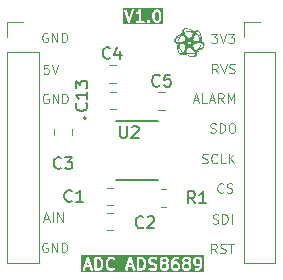
<source format=gbr>
%TF.GenerationSoftware,KiCad,Pcbnew,8.0.5*%
%TF.CreationDate,2024-11-10T02:12:05-07:00*%
%TF.ProjectId,2024_11_ADC_ADS8689,32303234-5f31-4315-9f41-44435f414453,rev?*%
%TF.SameCoordinates,Original*%
%TF.FileFunction,Legend,Top*%
%TF.FilePolarity,Positive*%
%FSLAX46Y46*%
G04 Gerber Fmt 4.6, Leading zero omitted, Abs format (unit mm)*
G04 Created by KiCad (PCBNEW 8.0.5) date 2024-11-10 02:12:05*
%MOMM*%
%LPD*%
G01*
G04 APERTURE LIST*
%ADD10C,0.100000*%
%ADD11C,0.200000*%
%ADD12C,0.150000*%
%ADD13C,0.120000*%
%ADD14C,0.127000*%
%ADD15C,0.000000*%
G04 APERTURE END LIST*
D10*
X84125312Y-53309990D02*
X84049122Y-53271895D01*
X84049122Y-53271895D02*
X83934836Y-53271895D01*
X83934836Y-53271895D02*
X83820550Y-53309990D01*
X83820550Y-53309990D02*
X83744360Y-53386180D01*
X83744360Y-53386180D02*
X83706265Y-53462371D01*
X83706265Y-53462371D02*
X83668169Y-53614752D01*
X83668169Y-53614752D02*
X83668169Y-53729038D01*
X83668169Y-53729038D02*
X83706265Y-53881419D01*
X83706265Y-53881419D02*
X83744360Y-53957609D01*
X83744360Y-53957609D02*
X83820550Y-54033800D01*
X83820550Y-54033800D02*
X83934836Y-54071895D01*
X83934836Y-54071895D02*
X84011027Y-54071895D01*
X84011027Y-54071895D02*
X84125312Y-54033800D01*
X84125312Y-54033800D02*
X84163408Y-53995704D01*
X84163408Y-53995704D02*
X84163408Y-53729038D01*
X84163408Y-53729038D02*
X84011027Y-53729038D01*
X84506265Y-54071895D02*
X84506265Y-53271895D01*
X84506265Y-53271895D02*
X84963408Y-54071895D01*
X84963408Y-54071895D02*
X84963408Y-53271895D01*
X85344360Y-54071895D02*
X85344360Y-53271895D01*
X85344360Y-53271895D02*
X85534836Y-53271895D01*
X85534836Y-53271895D02*
X85649122Y-53309990D01*
X85649122Y-53309990D02*
X85725312Y-53386180D01*
X85725312Y-53386180D02*
X85763407Y-53462371D01*
X85763407Y-53462371D02*
X85801503Y-53614752D01*
X85801503Y-53614752D02*
X85801503Y-53729038D01*
X85801503Y-53729038D02*
X85763407Y-53881419D01*
X85763407Y-53881419D02*
X85725312Y-53957609D01*
X85725312Y-53957609D02*
X85649122Y-54033800D01*
X85649122Y-54033800D02*
X85534836Y-54071895D01*
X85534836Y-54071895D02*
X85344360Y-54071895D01*
X84175312Y-58509990D02*
X84099122Y-58471895D01*
X84099122Y-58471895D02*
X83984836Y-58471895D01*
X83984836Y-58471895D02*
X83870550Y-58509990D01*
X83870550Y-58509990D02*
X83794360Y-58586180D01*
X83794360Y-58586180D02*
X83756265Y-58662371D01*
X83756265Y-58662371D02*
X83718169Y-58814752D01*
X83718169Y-58814752D02*
X83718169Y-58929038D01*
X83718169Y-58929038D02*
X83756265Y-59081419D01*
X83756265Y-59081419D02*
X83794360Y-59157609D01*
X83794360Y-59157609D02*
X83870550Y-59233800D01*
X83870550Y-59233800D02*
X83984836Y-59271895D01*
X83984836Y-59271895D02*
X84061027Y-59271895D01*
X84061027Y-59271895D02*
X84175312Y-59233800D01*
X84175312Y-59233800D02*
X84213408Y-59195704D01*
X84213408Y-59195704D02*
X84213408Y-58929038D01*
X84213408Y-58929038D02*
X84061027Y-58929038D01*
X84556265Y-59271895D02*
X84556265Y-58471895D01*
X84556265Y-58471895D02*
X85013408Y-59271895D01*
X85013408Y-59271895D02*
X85013408Y-58471895D01*
X85394360Y-59271895D02*
X85394360Y-58471895D01*
X85394360Y-58471895D02*
X85584836Y-58471895D01*
X85584836Y-58471895D02*
X85699122Y-58509990D01*
X85699122Y-58509990D02*
X85775312Y-58586180D01*
X85775312Y-58586180D02*
X85813407Y-58662371D01*
X85813407Y-58662371D02*
X85851503Y-58814752D01*
X85851503Y-58814752D02*
X85851503Y-58929038D01*
X85851503Y-58929038D02*
X85813407Y-59081419D01*
X85813407Y-59081419D02*
X85775312Y-59157609D01*
X85775312Y-59157609D02*
X85699122Y-59233800D01*
X85699122Y-59233800D02*
X85584836Y-59271895D01*
X85584836Y-59271895D02*
X85394360Y-59271895D01*
D11*
G36*
X93477303Y-51498824D02*
G01*
X93501972Y-51523492D01*
X93537425Y-51594399D01*
X93579396Y-51762280D01*
X93579396Y-51975756D01*
X93537425Y-52143637D01*
X93501972Y-52214543D01*
X93477303Y-52239213D01*
X93417694Y-52269019D01*
X93369670Y-52269019D01*
X93310060Y-52239214D01*
X93285393Y-52214546D01*
X93249938Y-52143637D01*
X93207968Y-51975756D01*
X93207968Y-51762281D01*
X93249938Y-51594399D01*
X93285392Y-51523492D01*
X93310060Y-51498823D01*
X93369670Y-51469019D01*
X93417694Y-51469019D01*
X93477303Y-51498824D01*
G37*
G36*
X93890507Y-52580130D02*
G01*
X90516690Y-52580130D01*
X90516690Y-51381526D01*
X90627801Y-51381526D01*
X90632148Y-51400642D01*
X90965481Y-52400641D01*
X90973472Y-52418542D01*
X90978155Y-52423941D01*
X90981350Y-52430331D01*
X90990821Y-52438546D01*
X90999037Y-52448018D01*
X91005425Y-52451212D01*
X91010826Y-52455896D01*
X91022727Y-52459863D01*
X91033936Y-52465467D01*
X91041060Y-52465973D01*
X91047842Y-52468234D01*
X91060351Y-52467344D01*
X91072856Y-52468234D01*
X91079634Y-52465974D01*
X91086762Y-52465468D01*
X91097978Y-52459859D01*
X91109872Y-52455895D01*
X91115269Y-52451214D01*
X91121661Y-52448018D01*
X91129879Y-52438542D01*
X91139348Y-52430330D01*
X91142541Y-52423943D01*
X91147226Y-52418542D01*
X91155217Y-52400642D01*
X91408022Y-51642226D01*
X91580182Y-51642226D01*
X91582948Y-51681146D01*
X91600397Y-51716045D01*
X91629874Y-51741609D01*
X91666890Y-51753948D01*
X91705810Y-51751182D01*
X91724118Y-51744176D01*
X91819356Y-51696557D01*
X91827752Y-51691271D01*
X91830192Y-51690261D01*
X91832938Y-51688007D01*
X91835946Y-51686114D01*
X91837675Y-51684119D01*
X91845346Y-51677825D01*
X91865111Y-51658060D01*
X91865111Y-52269019D01*
X91679397Y-52269019D01*
X91659888Y-52270940D01*
X91623840Y-52285872D01*
X91596250Y-52313462D01*
X91581318Y-52349510D01*
X91581318Y-52388528D01*
X91596250Y-52424576D01*
X91623840Y-52452166D01*
X91659888Y-52467098D01*
X91679397Y-52469019D01*
X92250825Y-52469019D01*
X92270334Y-52467098D01*
X92306382Y-52452166D01*
X92333972Y-52424576D01*
X92348904Y-52388528D01*
X92348904Y-52349510D01*
X92333972Y-52313462D01*
X92322401Y-52301891D01*
X92533699Y-52301891D01*
X92533699Y-52340909D01*
X92540162Y-52356511D01*
X92548631Y-52376958D01*
X92548635Y-52376962D01*
X92561067Y-52392111D01*
X92608686Y-52439729D01*
X92623839Y-52452166D01*
X92632842Y-52455895D01*
X92659888Y-52467098D01*
X92698906Y-52467098D01*
X92734954Y-52452166D01*
X92750108Y-52439730D01*
X92797726Y-52392111D01*
X92810163Y-52376958D01*
X92816915Y-52360656D01*
X92825094Y-52340910D01*
X92825095Y-52301892D01*
X92810164Y-52265843D01*
X92797727Y-52250690D01*
X92750108Y-52203070D01*
X92734955Y-52190633D01*
X92720023Y-52184448D01*
X92698906Y-52175701D01*
X92659888Y-52175701D01*
X92649330Y-52180074D01*
X92623840Y-52190632D01*
X92623839Y-52190633D01*
X92608685Y-52203070D01*
X92561067Y-52250690D01*
X92548630Y-52265843D01*
X92538617Y-52290019D01*
X92533699Y-52301891D01*
X92322401Y-52301891D01*
X92306382Y-52285872D01*
X92270334Y-52270940D01*
X92250825Y-52269019D01*
X92065111Y-52269019D01*
X92065111Y-51749971D01*
X93007968Y-51749971D01*
X93007968Y-51988066D01*
X93008303Y-51991468D01*
X93008086Y-51992927D01*
X93009165Y-52000224D01*
X93009889Y-52007575D01*
X93010453Y-52008938D01*
X93010954Y-52012320D01*
X93058573Y-52202795D01*
X93059086Y-52204232D01*
X93059138Y-52204955D01*
X93062246Y-52213079D01*
X93065168Y-52221256D01*
X93065598Y-52221836D01*
X93066144Y-52223263D01*
X93113763Y-52318501D01*
X93119046Y-52326893D01*
X93120058Y-52329337D01*
X93122314Y-52332086D01*
X93124206Y-52335091D01*
X93126200Y-52336820D01*
X93132495Y-52344490D01*
X93180113Y-52392110D01*
X93187781Y-52398403D01*
X93189513Y-52400400D01*
X93192521Y-52402293D01*
X93195267Y-52404547D01*
X93197707Y-52405557D01*
X93206104Y-52410843D01*
X93301341Y-52458462D01*
X93319650Y-52465468D01*
X93323233Y-52465722D01*
X93326554Y-52467098D01*
X93346063Y-52469019D01*
X93441301Y-52469019D01*
X93460810Y-52467098D01*
X93464130Y-52465722D01*
X93467714Y-52465468D01*
X93486022Y-52458462D01*
X93581260Y-52410843D01*
X93589655Y-52405558D01*
X93592097Y-52404547D01*
X93594844Y-52402291D01*
X93597850Y-52400400D01*
X93599580Y-52398405D01*
X93607250Y-52392110D01*
X93654869Y-52344490D01*
X93661161Y-52336823D01*
X93663158Y-52335092D01*
X93665051Y-52332084D01*
X93667306Y-52329337D01*
X93668317Y-52326895D01*
X93673601Y-52318501D01*
X93721220Y-52223264D01*
X93721766Y-52221835D01*
X93722196Y-52221256D01*
X93725117Y-52213079D01*
X93728226Y-52204955D01*
X93728277Y-52204234D01*
X93728791Y-52202796D01*
X93776410Y-52012320D01*
X93776910Y-52008938D01*
X93777475Y-52007575D01*
X93778198Y-52000224D01*
X93779278Y-51992927D01*
X93779060Y-51991468D01*
X93779396Y-51988066D01*
X93779396Y-51749971D01*
X93779060Y-51746568D01*
X93779278Y-51745110D01*
X93778198Y-51737812D01*
X93777475Y-51730462D01*
X93776910Y-51729098D01*
X93776410Y-51725717D01*
X93728791Y-51535241D01*
X93728277Y-51533802D01*
X93728226Y-51533082D01*
X93725117Y-51524957D01*
X93722196Y-51516781D01*
X93721766Y-51516201D01*
X93721220Y-51514773D01*
X93673601Y-51419536D01*
X93668315Y-51411139D01*
X93667305Y-51408699D01*
X93665051Y-51405953D01*
X93663158Y-51402945D01*
X93661160Y-51401212D01*
X93654868Y-51393546D01*
X93607250Y-51345927D01*
X93599579Y-51339632D01*
X93597850Y-51337638D01*
X93594842Y-51335744D01*
X93592096Y-51333491D01*
X93589656Y-51332480D01*
X93581260Y-51327195D01*
X93486022Y-51279576D01*
X93467714Y-51272570D01*
X93464130Y-51272315D01*
X93460810Y-51270940D01*
X93441301Y-51269019D01*
X93346063Y-51269019D01*
X93326554Y-51270940D01*
X93323233Y-51272315D01*
X93319650Y-51272570D01*
X93301341Y-51279576D01*
X93206104Y-51327195D01*
X93197707Y-51332480D01*
X93195267Y-51333491D01*
X93192521Y-51335744D01*
X93189513Y-51337638D01*
X93187780Y-51339635D01*
X93180114Y-51345928D01*
X93132495Y-51393546D01*
X93126200Y-51401216D01*
X93124206Y-51402946D01*
X93122312Y-51405953D01*
X93120059Y-51408700D01*
X93119048Y-51411139D01*
X93113763Y-51419536D01*
X93066144Y-51514774D01*
X93065598Y-51516200D01*
X93065168Y-51516781D01*
X93062246Y-51524957D01*
X93059138Y-51533082D01*
X93059086Y-51533804D01*
X93058573Y-51535242D01*
X93010954Y-51725717D01*
X93010453Y-51729098D01*
X93009889Y-51730462D01*
X93009165Y-51737812D01*
X93008086Y-51745110D01*
X93008303Y-51746568D01*
X93007968Y-51749971D01*
X92065111Y-51749971D01*
X92065111Y-51369019D01*
X92065104Y-51368948D01*
X92065111Y-51368914D01*
X92065090Y-51368812D01*
X92063190Y-51349510D01*
X92059400Y-51340361D01*
X92057459Y-51330654D01*
X92052007Y-51322513D01*
X92048258Y-51313462D01*
X92041258Y-51306462D01*
X92035748Y-51298234D01*
X92027593Y-51292797D01*
X92020668Y-51285872D01*
X92011524Y-51282084D01*
X92003283Y-51276590D01*
X91993669Y-51274688D01*
X91984620Y-51270940D01*
X91974719Y-51270940D01*
X91965007Y-51269019D01*
X91955402Y-51270940D01*
X91945602Y-51270940D01*
X91936453Y-51274729D01*
X91926746Y-51276671D01*
X91918605Y-51282122D01*
X91909554Y-51285872D01*
X91902554Y-51292871D01*
X91894326Y-51298382D01*
X91882037Y-51313388D01*
X91881964Y-51313462D01*
X91881950Y-51313494D01*
X91881906Y-51313549D01*
X91792162Y-51448165D01*
X91715398Y-51524928D01*
X91634676Y-51565290D01*
X91618085Y-51575733D01*
X91592521Y-51605210D01*
X91580182Y-51642226D01*
X91408022Y-51642226D01*
X91488550Y-51400642D01*
X91492897Y-51381527D01*
X91490131Y-51342607D01*
X91472681Y-51307708D01*
X91443205Y-51282143D01*
X91406189Y-51269804D01*
X91367269Y-51272571D01*
X91332370Y-51290020D01*
X91306805Y-51319496D01*
X91298814Y-51337397D01*
X91060349Y-52052791D01*
X90821884Y-51337396D01*
X90813893Y-51319496D01*
X90788328Y-51290020D01*
X90753429Y-51272570D01*
X90714509Y-51269804D01*
X90677493Y-51282142D01*
X90648017Y-51307707D01*
X90630567Y-51342606D01*
X90627801Y-51381526D01*
X90516690Y-51381526D01*
X90516690Y-51157908D01*
X93890507Y-51157908D01*
X93890507Y-52580130D01*
G37*
D10*
X84212217Y-55996895D02*
X83831265Y-55996895D01*
X83831265Y-55996895D02*
X83793169Y-56377847D01*
X83793169Y-56377847D02*
X83831265Y-56339752D01*
X83831265Y-56339752D02*
X83907455Y-56301657D01*
X83907455Y-56301657D02*
X84097931Y-56301657D01*
X84097931Y-56301657D02*
X84174122Y-56339752D01*
X84174122Y-56339752D02*
X84212217Y-56377847D01*
X84212217Y-56377847D02*
X84250312Y-56454038D01*
X84250312Y-56454038D02*
X84250312Y-56644514D01*
X84250312Y-56644514D02*
X84212217Y-56720704D01*
X84212217Y-56720704D02*
X84174122Y-56758800D01*
X84174122Y-56758800D02*
X84097931Y-56796895D01*
X84097931Y-56796895D02*
X83907455Y-56796895D01*
X83907455Y-56796895D02*
X83831265Y-56758800D01*
X83831265Y-56758800D02*
X83793169Y-56720704D01*
X84478884Y-55996895D02*
X84745551Y-56796895D01*
X84745551Y-56796895D02*
X85012217Y-55996895D01*
X98118169Y-69408800D02*
X98232455Y-69446895D01*
X98232455Y-69446895D02*
X98422931Y-69446895D01*
X98422931Y-69446895D02*
X98499122Y-69408800D01*
X98499122Y-69408800D02*
X98537217Y-69370704D01*
X98537217Y-69370704D02*
X98575312Y-69294514D01*
X98575312Y-69294514D02*
X98575312Y-69218323D01*
X98575312Y-69218323D02*
X98537217Y-69142133D01*
X98537217Y-69142133D02*
X98499122Y-69104038D01*
X98499122Y-69104038D02*
X98422931Y-69065942D01*
X98422931Y-69065942D02*
X98270550Y-69027847D01*
X98270550Y-69027847D02*
X98194360Y-68989752D01*
X98194360Y-68989752D02*
X98156265Y-68951657D01*
X98156265Y-68951657D02*
X98118169Y-68875466D01*
X98118169Y-68875466D02*
X98118169Y-68799276D01*
X98118169Y-68799276D02*
X98156265Y-68723085D01*
X98156265Y-68723085D02*
X98194360Y-68684990D01*
X98194360Y-68684990D02*
X98270550Y-68646895D01*
X98270550Y-68646895D02*
X98461027Y-68646895D01*
X98461027Y-68646895D02*
X98575312Y-68684990D01*
X98918170Y-69446895D02*
X98918170Y-68646895D01*
X98918170Y-68646895D02*
X99108646Y-68646895D01*
X99108646Y-68646895D02*
X99222932Y-68684990D01*
X99222932Y-68684990D02*
X99299122Y-68761180D01*
X99299122Y-68761180D02*
X99337217Y-68837371D01*
X99337217Y-68837371D02*
X99375313Y-68989752D01*
X99375313Y-68989752D02*
X99375313Y-69104038D01*
X99375313Y-69104038D02*
X99337217Y-69256419D01*
X99337217Y-69256419D02*
X99299122Y-69332609D01*
X99299122Y-69332609D02*
X99222932Y-69408800D01*
X99222932Y-69408800D02*
X99108646Y-69446895D01*
X99108646Y-69446895D02*
X98918170Y-69446895D01*
X99718170Y-69446895D02*
X99718170Y-68646895D01*
X98452608Y-71956695D02*
X98185941Y-71575742D01*
X97995465Y-71956695D02*
X97995465Y-71156695D01*
X97995465Y-71156695D02*
X98300227Y-71156695D01*
X98300227Y-71156695D02*
X98376417Y-71194790D01*
X98376417Y-71194790D02*
X98414512Y-71232885D01*
X98414512Y-71232885D02*
X98452608Y-71309076D01*
X98452608Y-71309076D02*
X98452608Y-71423361D01*
X98452608Y-71423361D02*
X98414512Y-71499552D01*
X98414512Y-71499552D02*
X98376417Y-71537647D01*
X98376417Y-71537647D02*
X98300227Y-71575742D01*
X98300227Y-71575742D02*
X97995465Y-71575742D01*
X98757369Y-71918600D02*
X98871655Y-71956695D01*
X98871655Y-71956695D02*
X99062131Y-71956695D01*
X99062131Y-71956695D02*
X99138322Y-71918600D01*
X99138322Y-71918600D02*
X99176417Y-71880504D01*
X99176417Y-71880504D02*
X99214512Y-71804314D01*
X99214512Y-71804314D02*
X99214512Y-71728123D01*
X99214512Y-71728123D02*
X99176417Y-71651933D01*
X99176417Y-71651933D02*
X99138322Y-71613838D01*
X99138322Y-71613838D02*
X99062131Y-71575742D01*
X99062131Y-71575742D02*
X98909750Y-71537647D01*
X98909750Y-71537647D02*
X98833560Y-71499552D01*
X98833560Y-71499552D02*
X98795465Y-71461457D01*
X98795465Y-71461457D02*
X98757369Y-71385266D01*
X98757369Y-71385266D02*
X98757369Y-71309076D01*
X98757369Y-71309076D02*
X98795465Y-71232885D01*
X98795465Y-71232885D02*
X98833560Y-71194790D01*
X98833560Y-71194790D02*
X98909750Y-71156695D01*
X98909750Y-71156695D02*
X99100227Y-71156695D01*
X99100227Y-71156695D02*
X99214512Y-71194790D01*
X99443084Y-71156695D02*
X99900227Y-71156695D01*
X99671655Y-71956695D02*
X99671655Y-71156695D01*
X84125312Y-71109990D02*
X84049122Y-71071895D01*
X84049122Y-71071895D02*
X83934836Y-71071895D01*
X83934836Y-71071895D02*
X83820550Y-71109990D01*
X83820550Y-71109990D02*
X83744360Y-71186180D01*
X83744360Y-71186180D02*
X83706265Y-71262371D01*
X83706265Y-71262371D02*
X83668169Y-71414752D01*
X83668169Y-71414752D02*
X83668169Y-71529038D01*
X83668169Y-71529038D02*
X83706265Y-71681419D01*
X83706265Y-71681419D02*
X83744360Y-71757609D01*
X83744360Y-71757609D02*
X83820550Y-71833800D01*
X83820550Y-71833800D02*
X83934836Y-71871895D01*
X83934836Y-71871895D02*
X84011027Y-71871895D01*
X84011027Y-71871895D02*
X84125312Y-71833800D01*
X84125312Y-71833800D02*
X84163408Y-71795704D01*
X84163408Y-71795704D02*
X84163408Y-71529038D01*
X84163408Y-71529038D02*
X84011027Y-71529038D01*
X84506265Y-71871895D02*
X84506265Y-71071895D01*
X84506265Y-71071895D02*
X84963408Y-71871895D01*
X84963408Y-71871895D02*
X84963408Y-71071895D01*
X85344360Y-71871895D02*
X85344360Y-71071895D01*
X85344360Y-71071895D02*
X85534836Y-71071895D01*
X85534836Y-71071895D02*
X85649122Y-71109990D01*
X85649122Y-71109990D02*
X85725312Y-71186180D01*
X85725312Y-71186180D02*
X85763407Y-71262371D01*
X85763407Y-71262371D02*
X85801503Y-71414752D01*
X85801503Y-71414752D02*
X85801503Y-71529038D01*
X85801503Y-71529038D02*
X85763407Y-71681419D01*
X85763407Y-71681419D02*
X85725312Y-71757609D01*
X85725312Y-71757609D02*
X85649122Y-71833800D01*
X85649122Y-71833800D02*
X85534836Y-71871895D01*
X85534836Y-71871895D02*
X85344360Y-71871895D01*
X98538408Y-56721895D02*
X98271741Y-56340942D01*
X98081265Y-56721895D02*
X98081265Y-55921895D01*
X98081265Y-55921895D02*
X98386027Y-55921895D01*
X98386027Y-55921895D02*
X98462217Y-55959990D01*
X98462217Y-55959990D02*
X98500312Y-55998085D01*
X98500312Y-55998085D02*
X98538408Y-56074276D01*
X98538408Y-56074276D02*
X98538408Y-56188561D01*
X98538408Y-56188561D02*
X98500312Y-56264752D01*
X98500312Y-56264752D02*
X98462217Y-56302847D01*
X98462217Y-56302847D02*
X98386027Y-56340942D01*
X98386027Y-56340942D02*
X98081265Y-56340942D01*
X98766979Y-55921895D02*
X99033646Y-56721895D01*
X99033646Y-56721895D02*
X99300312Y-55921895D01*
X99528883Y-56683800D02*
X99643169Y-56721895D01*
X99643169Y-56721895D02*
X99833645Y-56721895D01*
X99833645Y-56721895D02*
X99909836Y-56683800D01*
X99909836Y-56683800D02*
X99947931Y-56645704D01*
X99947931Y-56645704D02*
X99986026Y-56569514D01*
X99986026Y-56569514D02*
X99986026Y-56493323D01*
X99986026Y-56493323D02*
X99947931Y-56417133D01*
X99947931Y-56417133D02*
X99909836Y-56379038D01*
X99909836Y-56379038D02*
X99833645Y-56340942D01*
X99833645Y-56340942D02*
X99681264Y-56302847D01*
X99681264Y-56302847D02*
X99605074Y-56264752D01*
X99605074Y-56264752D02*
X99566979Y-56226657D01*
X99566979Y-56226657D02*
X99528883Y-56150466D01*
X99528883Y-56150466D02*
X99528883Y-56074276D01*
X99528883Y-56074276D02*
X99566979Y-55998085D01*
X99566979Y-55998085D02*
X99605074Y-55959990D01*
X99605074Y-55959990D02*
X99681264Y-55921895D01*
X99681264Y-55921895D02*
X99871741Y-55921895D01*
X99871741Y-55921895D02*
X99986026Y-55959990D01*
X97243169Y-64308800D02*
X97357455Y-64346895D01*
X97357455Y-64346895D02*
X97547931Y-64346895D01*
X97547931Y-64346895D02*
X97624122Y-64308800D01*
X97624122Y-64308800D02*
X97662217Y-64270704D01*
X97662217Y-64270704D02*
X97700312Y-64194514D01*
X97700312Y-64194514D02*
X97700312Y-64118323D01*
X97700312Y-64118323D02*
X97662217Y-64042133D01*
X97662217Y-64042133D02*
X97624122Y-64004038D01*
X97624122Y-64004038D02*
X97547931Y-63965942D01*
X97547931Y-63965942D02*
X97395550Y-63927847D01*
X97395550Y-63927847D02*
X97319360Y-63889752D01*
X97319360Y-63889752D02*
X97281265Y-63851657D01*
X97281265Y-63851657D02*
X97243169Y-63775466D01*
X97243169Y-63775466D02*
X97243169Y-63699276D01*
X97243169Y-63699276D02*
X97281265Y-63623085D01*
X97281265Y-63623085D02*
X97319360Y-63584990D01*
X97319360Y-63584990D02*
X97395550Y-63546895D01*
X97395550Y-63546895D02*
X97586027Y-63546895D01*
X97586027Y-63546895D02*
X97700312Y-63584990D01*
X98500313Y-64270704D02*
X98462217Y-64308800D01*
X98462217Y-64308800D02*
X98347932Y-64346895D01*
X98347932Y-64346895D02*
X98271741Y-64346895D01*
X98271741Y-64346895D02*
X98157455Y-64308800D01*
X98157455Y-64308800D02*
X98081265Y-64232609D01*
X98081265Y-64232609D02*
X98043170Y-64156419D01*
X98043170Y-64156419D02*
X98005074Y-64004038D01*
X98005074Y-64004038D02*
X98005074Y-63889752D01*
X98005074Y-63889752D02*
X98043170Y-63737371D01*
X98043170Y-63737371D02*
X98081265Y-63661180D01*
X98081265Y-63661180D02*
X98157455Y-63584990D01*
X98157455Y-63584990D02*
X98271741Y-63546895D01*
X98271741Y-63546895D02*
X98347932Y-63546895D01*
X98347932Y-63546895D02*
X98462217Y-63584990D01*
X98462217Y-63584990D02*
X98500313Y-63623085D01*
X99224122Y-64346895D02*
X98843170Y-64346895D01*
X98843170Y-64346895D02*
X98843170Y-63546895D01*
X99490789Y-64346895D02*
X99490789Y-63546895D01*
X99947932Y-64346895D02*
X99605074Y-63889752D01*
X99947932Y-63546895D02*
X99490789Y-64004038D01*
X97918169Y-61708800D02*
X98032455Y-61746895D01*
X98032455Y-61746895D02*
X98222931Y-61746895D01*
X98222931Y-61746895D02*
X98299122Y-61708800D01*
X98299122Y-61708800D02*
X98337217Y-61670704D01*
X98337217Y-61670704D02*
X98375312Y-61594514D01*
X98375312Y-61594514D02*
X98375312Y-61518323D01*
X98375312Y-61518323D02*
X98337217Y-61442133D01*
X98337217Y-61442133D02*
X98299122Y-61404038D01*
X98299122Y-61404038D02*
X98222931Y-61365942D01*
X98222931Y-61365942D02*
X98070550Y-61327847D01*
X98070550Y-61327847D02*
X97994360Y-61289752D01*
X97994360Y-61289752D02*
X97956265Y-61251657D01*
X97956265Y-61251657D02*
X97918169Y-61175466D01*
X97918169Y-61175466D02*
X97918169Y-61099276D01*
X97918169Y-61099276D02*
X97956265Y-61023085D01*
X97956265Y-61023085D02*
X97994360Y-60984990D01*
X97994360Y-60984990D02*
X98070550Y-60946895D01*
X98070550Y-60946895D02*
X98261027Y-60946895D01*
X98261027Y-60946895D02*
X98375312Y-60984990D01*
X98718170Y-61746895D02*
X98718170Y-60946895D01*
X98718170Y-60946895D02*
X98908646Y-60946895D01*
X98908646Y-60946895D02*
X99022932Y-60984990D01*
X99022932Y-60984990D02*
X99099122Y-61061180D01*
X99099122Y-61061180D02*
X99137217Y-61137371D01*
X99137217Y-61137371D02*
X99175313Y-61289752D01*
X99175313Y-61289752D02*
X99175313Y-61404038D01*
X99175313Y-61404038D02*
X99137217Y-61556419D01*
X99137217Y-61556419D02*
X99099122Y-61632609D01*
X99099122Y-61632609D02*
X99022932Y-61708800D01*
X99022932Y-61708800D02*
X98908646Y-61746895D01*
X98908646Y-61746895D02*
X98718170Y-61746895D01*
X99670551Y-60946895D02*
X99822932Y-60946895D01*
X99822932Y-60946895D02*
X99899122Y-60984990D01*
X99899122Y-60984990D02*
X99975313Y-61061180D01*
X99975313Y-61061180D02*
X100013408Y-61213561D01*
X100013408Y-61213561D02*
X100013408Y-61480228D01*
X100013408Y-61480228D02*
X99975313Y-61632609D01*
X99975313Y-61632609D02*
X99899122Y-61708800D01*
X99899122Y-61708800D02*
X99822932Y-61746895D01*
X99822932Y-61746895D02*
X99670551Y-61746895D01*
X99670551Y-61746895D02*
X99594360Y-61708800D01*
X99594360Y-61708800D02*
X99518170Y-61632609D01*
X99518170Y-61632609D02*
X99480074Y-61480228D01*
X99480074Y-61480228D02*
X99480074Y-61213561D01*
X99480074Y-61213561D02*
X99518170Y-61061180D01*
X99518170Y-61061180D02*
X99594360Y-60984990D01*
X99594360Y-60984990D02*
X99670551Y-60946895D01*
X99013408Y-66770704D02*
X98975312Y-66808800D01*
X98975312Y-66808800D02*
X98861027Y-66846895D01*
X98861027Y-66846895D02*
X98784836Y-66846895D01*
X98784836Y-66846895D02*
X98670550Y-66808800D01*
X98670550Y-66808800D02*
X98594360Y-66732609D01*
X98594360Y-66732609D02*
X98556265Y-66656419D01*
X98556265Y-66656419D02*
X98518169Y-66504038D01*
X98518169Y-66504038D02*
X98518169Y-66389752D01*
X98518169Y-66389752D02*
X98556265Y-66237371D01*
X98556265Y-66237371D02*
X98594360Y-66161180D01*
X98594360Y-66161180D02*
X98670550Y-66084990D01*
X98670550Y-66084990D02*
X98784836Y-66046895D01*
X98784836Y-66046895D02*
X98861027Y-66046895D01*
X98861027Y-66046895D02*
X98975312Y-66084990D01*
X98975312Y-66084990D02*
X99013408Y-66123085D01*
X99318169Y-66808800D02*
X99432455Y-66846895D01*
X99432455Y-66846895D02*
X99622931Y-66846895D01*
X99622931Y-66846895D02*
X99699122Y-66808800D01*
X99699122Y-66808800D02*
X99737217Y-66770704D01*
X99737217Y-66770704D02*
X99775312Y-66694514D01*
X99775312Y-66694514D02*
X99775312Y-66618323D01*
X99775312Y-66618323D02*
X99737217Y-66542133D01*
X99737217Y-66542133D02*
X99699122Y-66504038D01*
X99699122Y-66504038D02*
X99622931Y-66465942D01*
X99622931Y-66465942D02*
X99470550Y-66427847D01*
X99470550Y-66427847D02*
X99394360Y-66389752D01*
X99394360Y-66389752D02*
X99356265Y-66351657D01*
X99356265Y-66351657D02*
X99318169Y-66275466D01*
X99318169Y-66275466D02*
X99318169Y-66199276D01*
X99318169Y-66199276D02*
X99356265Y-66123085D01*
X99356265Y-66123085D02*
X99394360Y-66084990D01*
X99394360Y-66084990D02*
X99470550Y-66046895D01*
X99470550Y-66046895D02*
X99661027Y-66046895D01*
X99661027Y-66046895D02*
X99775312Y-66084990D01*
X97980074Y-53371895D02*
X98475312Y-53371895D01*
X98475312Y-53371895D02*
X98208646Y-53676657D01*
X98208646Y-53676657D02*
X98322931Y-53676657D01*
X98322931Y-53676657D02*
X98399122Y-53714752D01*
X98399122Y-53714752D02*
X98437217Y-53752847D01*
X98437217Y-53752847D02*
X98475312Y-53829038D01*
X98475312Y-53829038D02*
X98475312Y-54019514D01*
X98475312Y-54019514D02*
X98437217Y-54095704D01*
X98437217Y-54095704D02*
X98399122Y-54133800D01*
X98399122Y-54133800D02*
X98322931Y-54171895D01*
X98322931Y-54171895D02*
X98094360Y-54171895D01*
X98094360Y-54171895D02*
X98018169Y-54133800D01*
X98018169Y-54133800D02*
X97980074Y-54095704D01*
X98703884Y-53371895D02*
X98970551Y-54171895D01*
X98970551Y-54171895D02*
X99237217Y-53371895D01*
X99427693Y-53371895D02*
X99922931Y-53371895D01*
X99922931Y-53371895D02*
X99656265Y-53676657D01*
X99656265Y-53676657D02*
X99770550Y-53676657D01*
X99770550Y-53676657D02*
X99846741Y-53714752D01*
X99846741Y-53714752D02*
X99884836Y-53752847D01*
X99884836Y-53752847D02*
X99922931Y-53829038D01*
X99922931Y-53829038D02*
X99922931Y-54019514D01*
X99922931Y-54019514D02*
X99884836Y-54095704D01*
X99884836Y-54095704D02*
X99846741Y-54133800D01*
X99846741Y-54133800D02*
X99770550Y-54171895D01*
X99770550Y-54171895D02*
X99541979Y-54171895D01*
X99541979Y-54171895D02*
X99465788Y-54133800D01*
X99465788Y-54133800D02*
X99427693Y-54095704D01*
X83843169Y-69068323D02*
X84224122Y-69068323D01*
X83766979Y-69296895D02*
X84033646Y-68496895D01*
X84033646Y-68496895D02*
X84300312Y-69296895D01*
X84566979Y-69296895D02*
X84566979Y-68496895D01*
X84947931Y-69296895D02*
X84947931Y-68496895D01*
X84947931Y-68496895D02*
X85405074Y-69296895D01*
X85405074Y-69296895D02*
X85405074Y-68496895D01*
X96518169Y-58993323D02*
X96899122Y-58993323D01*
X96441979Y-59221895D02*
X96708646Y-58421895D01*
X96708646Y-58421895D02*
X96975312Y-59221895D01*
X97622931Y-59221895D02*
X97241979Y-59221895D01*
X97241979Y-59221895D02*
X97241979Y-58421895D01*
X97851502Y-58993323D02*
X98232455Y-58993323D01*
X97775312Y-59221895D02*
X98041979Y-58421895D01*
X98041979Y-58421895D02*
X98308645Y-59221895D01*
X99032455Y-59221895D02*
X98765788Y-58840942D01*
X98575312Y-59221895D02*
X98575312Y-58421895D01*
X98575312Y-58421895D02*
X98880074Y-58421895D01*
X98880074Y-58421895D02*
X98956264Y-58459990D01*
X98956264Y-58459990D02*
X98994359Y-58498085D01*
X98994359Y-58498085D02*
X99032455Y-58574276D01*
X99032455Y-58574276D02*
X99032455Y-58688561D01*
X99032455Y-58688561D02*
X98994359Y-58764752D01*
X98994359Y-58764752D02*
X98956264Y-58802847D01*
X98956264Y-58802847D02*
X98880074Y-58840942D01*
X98880074Y-58840942D02*
X98575312Y-58840942D01*
X99375312Y-59221895D02*
X99375312Y-58421895D01*
X99375312Y-58421895D02*
X99641978Y-58993323D01*
X99641978Y-58993323D02*
X99908645Y-58421895D01*
X99908645Y-58421895D02*
X99908645Y-59221895D01*
D11*
G36*
X88523348Y-72484440D02*
G01*
X88590421Y-72551513D01*
X88625873Y-72622418D01*
X88667844Y-72790299D01*
X88667844Y-72908537D01*
X88625873Y-73076418D01*
X88590420Y-73147324D01*
X88523349Y-73214397D01*
X88418284Y-73249419D01*
X88296416Y-73249419D01*
X88296416Y-72449419D01*
X88418284Y-72449419D01*
X88523348Y-72484440D01*
G37*
G36*
X92142396Y-72484440D02*
G01*
X92209469Y-72551513D01*
X92244921Y-72622418D01*
X92286892Y-72790299D01*
X92286892Y-72908537D01*
X92244921Y-73076418D01*
X92209468Y-73147324D01*
X92142397Y-73214397D01*
X92037332Y-73249419D01*
X91915464Y-73249419D01*
X91915464Y-72449419D01*
X92037332Y-72449419D01*
X92142396Y-72484440D01*
G37*
G36*
X94137180Y-72907795D02*
G01*
X94161849Y-72932463D01*
X94191654Y-72992073D01*
X94191654Y-73135335D01*
X94161849Y-73194943D01*
X94137180Y-73219613D01*
X94077571Y-73249419D01*
X93934309Y-73249419D01*
X93874699Y-73219614D01*
X93850032Y-73194946D01*
X93820226Y-73135334D01*
X93820226Y-72992073D01*
X93850031Y-72932463D01*
X93874699Y-72907794D01*
X93934309Y-72877990D01*
X94077571Y-72877990D01*
X94137180Y-72907795D01*
G37*
G36*
X94137180Y-72479224D02*
G01*
X94161849Y-72503892D01*
X94191654Y-72563502D01*
X94191654Y-72563907D01*
X94161849Y-72623516D01*
X94137180Y-72648184D01*
X94077571Y-72677990D01*
X93934309Y-72677990D01*
X93874699Y-72648185D01*
X93850031Y-72623516D01*
X93820226Y-72563906D01*
X93820226Y-72563502D01*
X93850031Y-72503892D01*
X93874699Y-72479223D01*
X93934309Y-72449419D01*
X94077571Y-72449419D01*
X94137180Y-72479224D01*
G37*
G36*
X95089561Y-72860176D02*
G01*
X95114230Y-72884844D01*
X95144035Y-72944454D01*
X95144035Y-73135335D01*
X95114230Y-73194943D01*
X95089561Y-73219613D01*
X95029952Y-73249419D01*
X94886690Y-73249419D01*
X94827080Y-73219614D01*
X94802413Y-73194946D01*
X94772607Y-73135334D01*
X94772607Y-72944454D01*
X94802412Y-72884844D01*
X94827080Y-72860175D01*
X94886690Y-72830371D01*
X95029952Y-72830371D01*
X95089561Y-72860176D01*
G37*
G36*
X96041942Y-72907795D02*
G01*
X96066611Y-72932463D01*
X96096416Y-72992073D01*
X96096416Y-73135335D01*
X96066611Y-73194943D01*
X96041942Y-73219613D01*
X95982333Y-73249419D01*
X95839071Y-73249419D01*
X95779461Y-73219614D01*
X95754794Y-73194946D01*
X95724988Y-73135334D01*
X95724988Y-72992073D01*
X95754793Y-72932463D01*
X95779461Y-72907794D01*
X95839071Y-72877990D01*
X95982333Y-72877990D01*
X96041942Y-72907795D01*
G37*
G36*
X96041942Y-72479224D02*
G01*
X96066611Y-72503892D01*
X96096416Y-72563502D01*
X96096416Y-72563907D01*
X96066611Y-72623516D01*
X96041942Y-72648184D01*
X95982333Y-72677990D01*
X95839071Y-72677990D01*
X95779461Y-72648185D01*
X95754793Y-72623516D01*
X95724988Y-72563906D01*
X95724988Y-72563502D01*
X95754793Y-72503892D01*
X95779461Y-72479223D01*
X95839071Y-72449419D01*
X95982333Y-72449419D01*
X96041942Y-72479224D01*
G37*
G36*
X96994323Y-72479224D02*
G01*
X97018992Y-72503892D01*
X97048797Y-72563502D01*
X97048797Y-72754383D01*
X97018992Y-72813992D01*
X96994323Y-72838660D01*
X96934714Y-72868466D01*
X96791452Y-72868466D01*
X96731842Y-72838661D01*
X96707174Y-72813992D01*
X96677369Y-72754382D01*
X96677369Y-72563502D01*
X96707174Y-72503892D01*
X96731842Y-72479223D01*
X96791452Y-72449419D01*
X96934714Y-72449419D01*
X96994323Y-72479224D01*
G37*
G36*
X87629102Y-72963704D02*
G01*
X87430397Y-72963704D01*
X87529749Y-72665646D01*
X87629102Y-72963704D01*
G37*
G36*
X91248150Y-72963704D02*
G01*
X91049445Y-72963704D01*
X91148797Y-72665646D01*
X91248150Y-72963704D01*
G37*
G36*
X97359908Y-73560530D02*
G01*
X86986090Y-73560530D01*
X86986090Y-73336912D01*
X87097201Y-73336912D01*
X87099967Y-73375832D01*
X87117417Y-73410731D01*
X87146893Y-73436296D01*
X87183909Y-73448634D01*
X87222829Y-73445868D01*
X87257728Y-73428418D01*
X87283293Y-73398942D01*
X87291284Y-73381042D01*
X87363730Y-73163704D01*
X87695768Y-73163704D01*
X87768214Y-73381041D01*
X87776205Y-73398942D01*
X87801770Y-73428418D01*
X87836669Y-73445867D01*
X87875589Y-73448634D01*
X87912605Y-73436295D01*
X87942081Y-73410730D01*
X87959531Y-73375831D01*
X87962297Y-73336911D01*
X87957950Y-73317796D01*
X87635158Y-72349419D01*
X88096416Y-72349419D01*
X88096416Y-73349419D01*
X88098337Y-73368928D01*
X88113269Y-73404976D01*
X88140859Y-73432566D01*
X88176907Y-73447498D01*
X88196416Y-73449419D01*
X88434511Y-73449419D01*
X88444384Y-73448446D01*
X88447018Y-73448634D01*
X88450481Y-73447846D01*
X88454020Y-73447498D01*
X88456462Y-73446486D01*
X88466134Y-73444287D01*
X88608990Y-73396668D01*
X88626891Y-73388677D01*
X88629606Y-73386322D01*
X88632926Y-73384947D01*
X88648079Y-73372510D01*
X88743317Y-73277271D01*
X88749609Y-73269604D01*
X88751606Y-73267873D01*
X88753499Y-73264865D01*
X88755754Y-73262118D01*
X88756765Y-73259676D01*
X88762049Y-73251282D01*
X88809668Y-73156045D01*
X88810214Y-73154616D01*
X88810644Y-73154037D01*
X88813565Y-73145860D01*
X88816674Y-73137736D01*
X88816725Y-73137015D01*
X88817239Y-73135577D01*
X88864858Y-72945101D01*
X88865358Y-72941719D01*
X88865923Y-72940356D01*
X88866646Y-72933005D01*
X88867726Y-72925708D01*
X88867508Y-72924249D01*
X88867844Y-72920847D01*
X88867844Y-72777990D01*
X89048797Y-72777990D01*
X89048797Y-72920847D01*
X89049132Y-72924249D01*
X89048915Y-72925708D01*
X89049994Y-72933005D01*
X89050718Y-72940356D01*
X89051282Y-72941719D01*
X89051783Y-72945101D01*
X89099402Y-73135576D01*
X89099915Y-73137013D01*
X89099967Y-73137736D01*
X89103075Y-73145860D01*
X89105997Y-73154037D01*
X89106427Y-73154617D01*
X89106973Y-73156044D01*
X89154592Y-73251282D01*
X89159874Y-73259674D01*
X89160887Y-73262118D01*
X89163143Y-73264867D01*
X89165035Y-73267872D01*
X89167029Y-73269601D01*
X89173324Y-73277271D01*
X89268562Y-73372511D01*
X89283715Y-73384947D01*
X89287034Y-73386322D01*
X89289750Y-73388677D01*
X89307650Y-73396668D01*
X89450507Y-73444287D01*
X89460179Y-73446486D01*
X89462621Y-73447498D01*
X89466158Y-73447846D01*
X89469622Y-73448634D01*
X89472256Y-73448446D01*
X89482130Y-73449419D01*
X89577368Y-73449419D01*
X89587241Y-73448446D01*
X89589875Y-73448634D01*
X89593338Y-73447846D01*
X89596877Y-73447498D01*
X89599319Y-73446486D01*
X89608991Y-73444287D01*
X89751847Y-73396668D01*
X89769748Y-73388677D01*
X89772463Y-73386322D01*
X89775783Y-73384947D01*
X89790936Y-73372510D01*
X89826533Y-73336912D01*
X90716249Y-73336912D01*
X90719015Y-73375832D01*
X90736465Y-73410731D01*
X90765941Y-73436296D01*
X90802957Y-73448634D01*
X90841877Y-73445868D01*
X90876776Y-73428418D01*
X90902341Y-73398942D01*
X90910332Y-73381042D01*
X90982778Y-73163704D01*
X91314816Y-73163704D01*
X91387262Y-73381041D01*
X91395253Y-73398942D01*
X91420818Y-73428418D01*
X91455717Y-73445867D01*
X91494637Y-73448634D01*
X91531653Y-73436295D01*
X91561129Y-73410730D01*
X91578579Y-73375831D01*
X91581345Y-73336911D01*
X91576998Y-73317796D01*
X91254206Y-72349419D01*
X91715464Y-72349419D01*
X91715464Y-73349419D01*
X91717385Y-73368928D01*
X91732317Y-73404976D01*
X91759907Y-73432566D01*
X91795955Y-73447498D01*
X91815464Y-73449419D01*
X92053559Y-73449419D01*
X92063432Y-73448446D01*
X92066066Y-73448634D01*
X92069529Y-73447846D01*
X92073068Y-73447498D01*
X92075510Y-73446486D01*
X92085182Y-73444287D01*
X92228038Y-73396668D01*
X92245939Y-73388677D01*
X92248654Y-73386322D01*
X92251974Y-73384947D01*
X92267127Y-73372510D01*
X92362365Y-73277271D01*
X92368657Y-73269604D01*
X92370654Y-73267873D01*
X92372547Y-73264865D01*
X92374802Y-73262118D01*
X92375813Y-73259676D01*
X92381097Y-73251282D01*
X92428716Y-73156045D01*
X92429262Y-73154616D01*
X92429692Y-73154037D01*
X92432613Y-73145860D01*
X92435722Y-73137736D01*
X92435773Y-73137015D01*
X92436287Y-73135577D01*
X92483906Y-72945101D01*
X92484406Y-72941719D01*
X92484971Y-72940356D01*
X92485694Y-72933005D01*
X92486774Y-72925708D01*
X92486556Y-72924249D01*
X92486892Y-72920847D01*
X92486892Y-72777990D01*
X92486556Y-72774587D01*
X92486774Y-72773129D01*
X92485694Y-72765831D01*
X92484971Y-72758481D01*
X92484406Y-72757117D01*
X92483906Y-72753736D01*
X92436287Y-72563260D01*
X92435773Y-72561821D01*
X92435722Y-72561101D01*
X92432613Y-72552976D01*
X92429692Y-72544800D01*
X92429262Y-72544220D01*
X92428716Y-72542792D01*
X92427267Y-72539895D01*
X92667845Y-72539895D01*
X92667845Y-72635133D01*
X92669766Y-72654642D01*
X92671141Y-72657962D01*
X92671396Y-72661546D01*
X92678402Y-72679854D01*
X92726021Y-72775092D01*
X92731306Y-72783488D01*
X92732317Y-72785928D01*
X92734570Y-72788674D01*
X92736464Y-72791682D01*
X92738458Y-72793411D01*
X92744753Y-72801082D01*
X92792372Y-72848700D01*
X92800038Y-72854992D01*
X92801771Y-72856990D01*
X92804779Y-72858883D01*
X92807525Y-72861137D01*
X92809965Y-72862147D01*
X92818362Y-72867433D01*
X92913599Y-72915052D01*
X92915027Y-72915598D01*
X92915607Y-72916028D01*
X92923783Y-72918949D01*
X92931908Y-72922058D01*
X92932628Y-72922109D01*
X92934067Y-72922623D01*
X93113892Y-72967579D01*
X93184799Y-73003033D01*
X93209468Y-73027701D01*
X93239273Y-73087311D01*
X93239273Y-73135335D01*
X93209468Y-73194943D01*
X93184799Y-73219613D01*
X93125190Y-73249419D01*
X92926928Y-73249419D01*
X92799468Y-73206932D01*
X92780352Y-73202585D01*
X92741432Y-73205351D01*
X92706533Y-73222801D01*
X92680968Y-73252277D01*
X92668630Y-73289293D01*
X92671396Y-73328213D01*
X92688846Y-73363112D01*
X92718322Y-73388677D01*
X92736222Y-73396668D01*
X92879079Y-73444287D01*
X92888751Y-73446486D01*
X92891193Y-73447498D01*
X92894730Y-73447846D01*
X92898194Y-73448634D01*
X92900828Y-73448446D01*
X92910702Y-73449419D01*
X93148797Y-73449419D01*
X93168306Y-73447498D01*
X93171626Y-73446122D01*
X93175210Y-73445868D01*
X93193518Y-73438862D01*
X93288756Y-73391243D01*
X93297151Y-73385958D01*
X93299593Y-73384947D01*
X93302340Y-73382691D01*
X93305346Y-73380800D01*
X93307076Y-73378805D01*
X93314746Y-73372510D01*
X93362365Y-73324890D01*
X93368657Y-73317223D01*
X93370654Y-73315492D01*
X93372547Y-73312484D01*
X93374802Y-73309737D01*
X93375813Y-73307295D01*
X93381097Y-73298901D01*
X93428716Y-73203664D01*
X93435722Y-73185355D01*
X93435976Y-73181771D01*
X93437352Y-73178451D01*
X93439273Y-73158942D01*
X93439273Y-73063704D01*
X93437352Y-73044195D01*
X93435976Y-73040874D01*
X93435722Y-73037291D01*
X93428716Y-73018982D01*
X93381097Y-72923745D01*
X93375811Y-72915348D01*
X93374801Y-72912908D01*
X93372547Y-72910162D01*
X93370654Y-72907154D01*
X93368656Y-72905421D01*
X93362364Y-72897755D01*
X93314746Y-72850136D01*
X93307075Y-72843841D01*
X93305346Y-72841847D01*
X93302338Y-72839953D01*
X93299592Y-72837700D01*
X93297152Y-72836689D01*
X93288756Y-72831404D01*
X93193518Y-72783785D01*
X93192091Y-72783239D01*
X93191511Y-72782809D01*
X93183334Y-72779887D01*
X93175210Y-72776779D01*
X93174487Y-72776727D01*
X93173050Y-72776214D01*
X92993225Y-72731257D01*
X92922318Y-72695804D01*
X92897650Y-72671135D01*
X92867845Y-72611525D01*
X92867845Y-72563502D01*
X92879649Y-72539895D01*
X93620226Y-72539895D01*
X93620226Y-72587514D01*
X93622147Y-72607023D01*
X93623522Y-72610343D01*
X93623777Y-72613927D01*
X93630783Y-72632235D01*
X93678402Y-72727473D01*
X93683687Y-72735869D01*
X93684698Y-72738309D01*
X93686951Y-72741055D01*
X93688845Y-72744063D01*
X93690839Y-72745792D01*
X93697134Y-72753463D01*
X93721661Y-72777990D01*
X93697134Y-72802517D01*
X93690839Y-72810187D01*
X93688845Y-72811917D01*
X93686951Y-72814924D01*
X93684698Y-72817671D01*
X93683687Y-72820110D01*
X93678402Y-72828507D01*
X93630783Y-72923745D01*
X93623777Y-72942053D01*
X93623522Y-72945636D01*
X93622147Y-72948957D01*
X93620226Y-72968466D01*
X93620226Y-73158942D01*
X93622147Y-73178451D01*
X93623522Y-73181771D01*
X93623777Y-73185355D01*
X93630783Y-73203663D01*
X93678402Y-73298901D01*
X93683685Y-73307293D01*
X93684697Y-73309737D01*
X93686953Y-73312486D01*
X93688845Y-73315491D01*
X93690839Y-73317220D01*
X93697134Y-73324890D01*
X93744752Y-73372510D01*
X93752420Y-73378803D01*
X93754152Y-73380800D01*
X93757160Y-73382693D01*
X93759906Y-73384947D01*
X93762346Y-73385957D01*
X93770743Y-73391243D01*
X93865980Y-73438862D01*
X93884289Y-73445868D01*
X93887872Y-73446122D01*
X93891193Y-73447498D01*
X93910702Y-73449419D01*
X94101178Y-73449419D01*
X94120687Y-73447498D01*
X94124007Y-73446122D01*
X94127591Y-73445868D01*
X94145899Y-73438862D01*
X94241137Y-73391243D01*
X94249532Y-73385958D01*
X94251974Y-73384947D01*
X94254721Y-73382691D01*
X94257727Y-73380800D01*
X94259457Y-73378805D01*
X94267127Y-73372510D01*
X94314746Y-73324890D01*
X94321038Y-73317223D01*
X94323035Y-73315492D01*
X94324928Y-73312484D01*
X94327183Y-73309737D01*
X94328194Y-73307295D01*
X94333478Y-73298901D01*
X94381097Y-73203664D01*
X94388103Y-73185355D01*
X94388357Y-73181771D01*
X94389733Y-73178451D01*
X94391654Y-73158942D01*
X94391654Y-72968466D01*
X94389733Y-72948957D01*
X94388357Y-72945636D01*
X94388103Y-72942053D01*
X94381097Y-72923744D01*
X94333478Y-72828507D01*
X94328192Y-72820110D01*
X94327182Y-72817670D01*
X94324928Y-72814924D01*
X94323035Y-72811916D01*
X94321037Y-72810183D01*
X94314745Y-72802517D01*
X94290218Y-72777990D01*
X94572607Y-72777990D01*
X94572607Y-73158942D01*
X94574528Y-73178451D01*
X94575903Y-73181771D01*
X94576158Y-73185355D01*
X94583164Y-73203663D01*
X94630783Y-73298901D01*
X94636066Y-73307293D01*
X94637078Y-73309737D01*
X94639334Y-73312486D01*
X94641226Y-73315491D01*
X94643220Y-73317220D01*
X94649515Y-73324890D01*
X94697133Y-73372510D01*
X94704801Y-73378803D01*
X94706533Y-73380800D01*
X94709541Y-73382693D01*
X94712287Y-73384947D01*
X94714727Y-73385957D01*
X94723124Y-73391243D01*
X94818361Y-73438862D01*
X94836670Y-73445868D01*
X94840253Y-73446122D01*
X94843574Y-73447498D01*
X94863083Y-73449419D01*
X95053559Y-73449419D01*
X95073068Y-73447498D01*
X95076388Y-73446122D01*
X95079972Y-73445868D01*
X95098280Y-73438862D01*
X95193518Y-73391243D01*
X95201913Y-73385958D01*
X95204355Y-73384947D01*
X95207102Y-73382691D01*
X95210108Y-73380800D01*
X95211838Y-73378805D01*
X95219508Y-73372510D01*
X95267127Y-73324890D01*
X95273419Y-73317223D01*
X95275416Y-73315492D01*
X95277309Y-73312484D01*
X95279564Y-73309737D01*
X95280575Y-73307295D01*
X95285859Y-73298901D01*
X95333478Y-73203664D01*
X95340484Y-73185355D01*
X95340738Y-73181771D01*
X95342114Y-73178451D01*
X95344035Y-73158942D01*
X95344035Y-72920847D01*
X95342114Y-72901338D01*
X95340738Y-72898017D01*
X95340484Y-72894434D01*
X95333478Y-72876125D01*
X95285859Y-72780888D01*
X95280573Y-72772491D01*
X95279563Y-72770051D01*
X95277309Y-72767305D01*
X95275416Y-72764297D01*
X95273418Y-72762564D01*
X95267126Y-72754898D01*
X95219508Y-72707279D01*
X95211837Y-72700984D01*
X95210108Y-72698990D01*
X95207100Y-72697096D01*
X95204354Y-72694843D01*
X95201914Y-72693832D01*
X95193518Y-72688547D01*
X95098280Y-72640928D01*
X95079972Y-72633922D01*
X95076388Y-72633667D01*
X95073068Y-72632292D01*
X95053559Y-72630371D01*
X94863083Y-72630371D01*
X94843574Y-72632292D01*
X94840253Y-72633667D01*
X94836670Y-72633922D01*
X94818361Y-72640928D01*
X94808748Y-72645734D01*
X94813039Y-72628572D01*
X94872157Y-72539895D01*
X95524988Y-72539895D01*
X95524988Y-72587514D01*
X95526909Y-72607023D01*
X95528284Y-72610343D01*
X95528539Y-72613927D01*
X95535545Y-72632235D01*
X95583164Y-72727473D01*
X95588449Y-72735869D01*
X95589460Y-72738309D01*
X95591713Y-72741055D01*
X95593607Y-72744063D01*
X95595601Y-72745792D01*
X95601896Y-72753463D01*
X95626423Y-72777990D01*
X95601896Y-72802517D01*
X95595601Y-72810187D01*
X95593607Y-72811917D01*
X95591713Y-72814924D01*
X95589460Y-72817671D01*
X95588449Y-72820110D01*
X95583164Y-72828507D01*
X95535545Y-72923745D01*
X95528539Y-72942053D01*
X95528284Y-72945636D01*
X95526909Y-72948957D01*
X95524988Y-72968466D01*
X95524988Y-73158942D01*
X95526909Y-73178451D01*
X95528284Y-73181771D01*
X95528539Y-73185355D01*
X95535545Y-73203663D01*
X95583164Y-73298901D01*
X95588447Y-73307293D01*
X95589459Y-73309737D01*
X95591715Y-73312486D01*
X95593607Y-73315491D01*
X95595601Y-73317220D01*
X95601896Y-73324890D01*
X95649514Y-73372510D01*
X95657182Y-73378803D01*
X95658914Y-73380800D01*
X95661922Y-73382693D01*
X95664668Y-73384947D01*
X95667108Y-73385957D01*
X95675505Y-73391243D01*
X95770742Y-73438862D01*
X95789051Y-73445868D01*
X95792634Y-73446122D01*
X95795955Y-73447498D01*
X95815464Y-73449419D01*
X96005940Y-73449419D01*
X96025449Y-73447498D01*
X96028769Y-73446122D01*
X96032353Y-73445868D01*
X96050661Y-73438862D01*
X96145899Y-73391243D01*
X96154294Y-73385958D01*
X96156736Y-73384947D01*
X96159483Y-73382691D01*
X96162489Y-73380800D01*
X96164219Y-73378805D01*
X96171889Y-73372510D01*
X96219508Y-73324890D01*
X96225800Y-73317223D01*
X96227797Y-73315492D01*
X96229690Y-73312484D01*
X96231945Y-73309737D01*
X96232956Y-73307295D01*
X96238240Y-73298901D01*
X96285859Y-73203664D01*
X96292865Y-73185355D01*
X96293119Y-73181771D01*
X96294495Y-73178451D01*
X96296416Y-73158942D01*
X96296416Y-72968466D01*
X96294495Y-72948957D01*
X96293119Y-72945636D01*
X96292865Y-72942053D01*
X96285859Y-72923744D01*
X96238240Y-72828507D01*
X96232954Y-72820110D01*
X96231944Y-72817670D01*
X96229690Y-72814924D01*
X96227797Y-72811916D01*
X96225799Y-72810183D01*
X96219507Y-72802517D01*
X96194980Y-72777990D01*
X96219507Y-72753463D01*
X96225799Y-72745796D01*
X96227797Y-72744064D01*
X96229690Y-72741055D01*
X96231944Y-72738310D01*
X96232954Y-72735869D01*
X96238240Y-72727473D01*
X96285859Y-72632236D01*
X96292865Y-72613927D01*
X96293119Y-72610343D01*
X96294495Y-72607023D01*
X96296416Y-72587514D01*
X96296416Y-72539895D01*
X96477369Y-72539895D01*
X96477369Y-72777990D01*
X96479290Y-72797499D01*
X96480665Y-72800819D01*
X96480920Y-72804403D01*
X96487926Y-72822711D01*
X96535545Y-72917949D01*
X96540830Y-72926345D01*
X96541841Y-72928785D01*
X96544094Y-72931531D01*
X96545988Y-72934539D01*
X96547982Y-72936268D01*
X96554277Y-72943939D01*
X96601896Y-72991557D01*
X96609562Y-72997849D01*
X96611295Y-72999847D01*
X96614303Y-73001740D01*
X96617049Y-73003994D01*
X96619489Y-73005004D01*
X96627886Y-73010290D01*
X96723123Y-73057909D01*
X96741432Y-73064915D01*
X96745015Y-73065169D01*
X96748336Y-73066545D01*
X96767845Y-73068466D01*
X96958321Y-73068466D01*
X96977830Y-73066545D01*
X96981150Y-73065169D01*
X96984734Y-73064915D01*
X97003042Y-73057909D01*
X97012655Y-73053102D01*
X97008365Y-73070264D01*
X96928228Y-73190469D01*
X96899085Y-73219613D01*
X96839476Y-73249419D01*
X96672607Y-73249419D01*
X96653098Y-73251340D01*
X96617050Y-73266272D01*
X96589460Y-73293862D01*
X96574528Y-73329910D01*
X96574528Y-73368928D01*
X96589460Y-73404976D01*
X96617050Y-73432566D01*
X96653098Y-73447498D01*
X96672607Y-73449419D01*
X96863083Y-73449419D01*
X96882592Y-73447498D01*
X96885912Y-73446122D01*
X96889496Y-73445868D01*
X96907804Y-73438862D01*
X97003042Y-73391243D01*
X97011437Y-73385958D01*
X97013879Y-73384947D01*
X97016626Y-73382691D01*
X97019632Y-73380800D01*
X97021362Y-73378805D01*
X97029032Y-73372510D01*
X97076651Y-73324890D01*
X97076693Y-73324837D01*
X97076725Y-73324817D01*
X97082864Y-73317319D01*
X97089088Y-73309737D01*
X97089102Y-73309701D01*
X97089145Y-73309650D01*
X97184383Y-73166793D01*
X97190125Y-73156023D01*
X97191597Y-73154037D01*
X97192435Y-73151691D01*
X97193606Y-73149495D01*
X97194085Y-73147071D01*
X97198192Y-73135577D01*
X97245811Y-72945101D01*
X97246311Y-72941719D01*
X97246876Y-72940356D01*
X97247599Y-72933005D01*
X97248679Y-72925708D01*
X97248461Y-72924249D01*
X97248797Y-72920847D01*
X97248797Y-72539895D01*
X97246876Y-72520386D01*
X97245500Y-72517065D01*
X97245246Y-72513482D01*
X97238240Y-72495173D01*
X97190621Y-72399936D01*
X97185335Y-72391539D01*
X97184325Y-72389099D01*
X97182071Y-72386353D01*
X97180178Y-72383345D01*
X97178180Y-72381612D01*
X97171888Y-72373946D01*
X97124270Y-72326327D01*
X97116599Y-72320032D01*
X97114870Y-72318038D01*
X97111862Y-72316144D01*
X97109116Y-72313891D01*
X97106676Y-72312880D01*
X97098280Y-72307595D01*
X97003042Y-72259976D01*
X96984734Y-72252970D01*
X96981150Y-72252715D01*
X96977830Y-72251340D01*
X96958321Y-72249419D01*
X96767845Y-72249419D01*
X96748336Y-72251340D01*
X96745015Y-72252715D01*
X96741432Y-72252970D01*
X96723123Y-72259976D01*
X96627886Y-72307595D01*
X96619489Y-72312880D01*
X96617049Y-72313891D01*
X96614303Y-72316144D01*
X96611295Y-72318038D01*
X96609562Y-72320035D01*
X96601896Y-72326328D01*
X96554277Y-72373946D01*
X96547982Y-72381616D01*
X96545988Y-72383346D01*
X96544094Y-72386353D01*
X96541841Y-72389100D01*
X96540830Y-72391539D01*
X96535545Y-72399936D01*
X96487926Y-72495174D01*
X96480920Y-72513482D01*
X96480665Y-72517065D01*
X96479290Y-72520386D01*
X96477369Y-72539895D01*
X96296416Y-72539895D01*
X96294495Y-72520386D01*
X96293119Y-72517065D01*
X96292865Y-72513482D01*
X96285859Y-72495173D01*
X96238240Y-72399936D01*
X96232954Y-72391539D01*
X96231944Y-72389099D01*
X96229690Y-72386353D01*
X96227797Y-72383345D01*
X96225799Y-72381612D01*
X96219507Y-72373946D01*
X96171889Y-72326327D01*
X96164218Y-72320032D01*
X96162489Y-72318038D01*
X96159481Y-72316144D01*
X96156735Y-72313891D01*
X96154295Y-72312880D01*
X96145899Y-72307595D01*
X96050661Y-72259976D01*
X96032353Y-72252970D01*
X96028769Y-72252715D01*
X96025449Y-72251340D01*
X96005940Y-72249419D01*
X95815464Y-72249419D01*
X95795955Y-72251340D01*
X95792634Y-72252715D01*
X95789051Y-72252970D01*
X95770742Y-72259976D01*
X95675505Y-72307595D01*
X95667108Y-72312880D01*
X95664668Y-72313891D01*
X95661922Y-72316144D01*
X95658914Y-72318038D01*
X95657181Y-72320035D01*
X95649515Y-72326328D01*
X95601896Y-72373946D01*
X95595601Y-72381616D01*
X95593607Y-72383346D01*
X95591713Y-72386353D01*
X95589460Y-72389100D01*
X95588449Y-72391539D01*
X95583164Y-72399936D01*
X95535545Y-72495174D01*
X95528539Y-72513482D01*
X95528284Y-72517065D01*
X95526909Y-72520386D01*
X95524988Y-72539895D01*
X94872157Y-72539895D01*
X94893175Y-72508367D01*
X94922318Y-72479223D01*
X94981928Y-72449419D01*
X95148797Y-72449419D01*
X95168306Y-72447498D01*
X95204354Y-72432566D01*
X95231944Y-72404976D01*
X95246876Y-72368928D01*
X95246876Y-72329910D01*
X95231944Y-72293862D01*
X95204354Y-72266272D01*
X95168306Y-72251340D01*
X95148797Y-72249419D01*
X94958321Y-72249419D01*
X94938812Y-72251340D01*
X94935491Y-72252715D01*
X94931908Y-72252970D01*
X94913599Y-72259976D01*
X94818362Y-72307595D01*
X94809965Y-72312880D01*
X94807525Y-72313891D01*
X94804779Y-72316144D01*
X94801771Y-72318038D01*
X94800038Y-72320035D01*
X94792372Y-72326328D01*
X94744753Y-72373946D01*
X94744708Y-72374000D01*
X94744679Y-72374020D01*
X94738497Y-72381568D01*
X94732317Y-72389100D01*
X94732303Y-72389132D01*
X94732259Y-72389187D01*
X94637021Y-72532044D01*
X94631278Y-72542813D01*
X94629807Y-72544800D01*
X94628969Y-72547145D01*
X94627798Y-72549342D01*
X94627318Y-72551765D01*
X94623212Y-72563261D01*
X94575593Y-72753736D01*
X94575092Y-72757117D01*
X94574528Y-72758481D01*
X94573804Y-72765831D01*
X94572725Y-72773129D01*
X94572942Y-72774587D01*
X94572607Y-72777990D01*
X94290218Y-72777990D01*
X94314745Y-72753463D01*
X94321037Y-72745796D01*
X94323035Y-72744064D01*
X94324928Y-72741055D01*
X94327182Y-72738310D01*
X94328192Y-72735869D01*
X94333478Y-72727473D01*
X94381097Y-72632236D01*
X94388103Y-72613927D01*
X94388357Y-72610343D01*
X94389733Y-72607023D01*
X94391654Y-72587514D01*
X94391654Y-72539895D01*
X94389733Y-72520386D01*
X94388357Y-72517065D01*
X94388103Y-72513482D01*
X94381097Y-72495173D01*
X94333478Y-72399936D01*
X94328192Y-72391539D01*
X94327182Y-72389099D01*
X94324928Y-72386353D01*
X94323035Y-72383345D01*
X94321037Y-72381612D01*
X94314745Y-72373946D01*
X94267127Y-72326327D01*
X94259456Y-72320032D01*
X94257727Y-72318038D01*
X94254719Y-72316144D01*
X94251973Y-72313891D01*
X94249533Y-72312880D01*
X94241137Y-72307595D01*
X94145899Y-72259976D01*
X94127591Y-72252970D01*
X94124007Y-72252715D01*
X94120687Y-72251340D01*
X94101178Y-72249419D01*
X93910702Y-72249419D01*
X93891193Y-72251340D01*
X93887872Y-72252715D01*
X93884289Y-72252970D01*
X93865980Y-72259976D01*
X93770743Y-72307595D01*
X93762346Y-72312880D01*
X93759906Y-72313891D01*
X93757160Y-72316144D01*
X93754152Y-72318038D01*
X93752419Y-72320035D01*
X93744753Y-72326328D01*
X93697134Y-72373946D01*
X93690839Y-72381616D01*
X93688845Y-72383346D01*
X93686951Y-72386353D01*
X93684698Y-72389100D01*
X93683687Y-72391539D01*
X93678402Y-72399936D01*
X93630783Y-72495174D01*
X93623777Y-72513482D01*
X93623522Y-72517065D01*
X93622147Y-72520386D01*
X93620226Y-72539895D01*
X92879649Y-72539895D01*
X92897650Y-72503892D01*
X92922318Y-72479223D01*
X92981928Y-72449419D01*
X93180189Y-72449419D01*
X93307650Y-72491906D01*
X93326765Y-72496253D01*
X93365685Y-72493487D01*
X93400584Y-72476037D01*
X93426149Y-72446561D01*
X93438488Y-72409545D01*
X93435721Y-72370625D01*
X93418272Y-72335726D01*
X93388796Y-72310161D01*
X93370895Y-72302170D01*
X93228039Y-72254551D01*
X93218367Y-72252351D01*
X93215925Y-72251340D01*
X93212386Y-72250991D01*
X93208923Y-72250204D01*
X93206289Y-72250391D01*
X93196416Y-72249419D01*
X92958321Y-72249419D01*
X92938812Y-72251340D01*
X92935491Y-72252715D01*
X92931908Y-72252970D01*
X92913599Y-72259976D01*
X92818362Y-72307595D01*
X92809965Y-72312880D01*
X92807525Y-72313891D01*
X92804779Y-72316144D01*
X92801771Y-72318038D01*
X92800038Y-72320035D01*
X92792372Y-72326328D01*
X92744753Y-72373946D01*
X92738458Y-72381616D01*
X92736464Y-72383346D01*
X92734570Y-72386353D01*
X92732317Y-72389100D01*
X92731306Y-72391539D01*
X92726021Y-72399936D01*
X92678402Y-72495174D01*
X92671396Y-72513482D01*
X92671141Y-72517065D01*
X92669766Y-72520386D01*
X92667845Y-72539895D01*
X92427267Y-72539895D01*
X92381097Y-72447555D01*
X92375810Y-72439156D01*
X92374801Y-72436719D01*
X92372549Y-72433975D01*
X92370654Y-72430964D01*
X92368656Y-72429231D01*
X92362365Y-72421565D01*
X92267127Y-72326327D01*
X92251973Y-72313891D01*
X92248654Y-72312516D01*
X92245939Y-72310161D01*
X92228038Y-72302170D01*
X92085182Y-72254551D01*
X92075510Y-72252351D01*
X92073068Y-72251340D01*
X92069529Y-72250991D01*
X92066066Y-72250204D01*
X92063432Y-72250391D01*
X92053559Y-72249419D01*
X91815464Y-72249419D01*
X91795955Y-72251340D01*
X91759907Y-72266272D01*
X91732317Y-72293862D01*
X91717385Y-72329910D01*
X91715464Y-72349419D01*
X91254206Y-72349419D01*
X91243665Y-72317796D01*
X91235674Y-72299896D01*
X91230989Y-72294494D01*
X91227796Y-72288108D01*
X91218327Y-72279895D01*
X91210109Y-72270420D01*
X91203717Y-72267223D01*
X91198320Y-72262543D01*
X91186426Y-72258578D01*
X91175210Y-72252970D01*
X91168082Y-72252463D01*
X91161304Y-72250204D01*
X91148799Y-72251093D01*
X91136290Y-72250204D01*
X91129508Y-72252464D01*
X91122384Y-72252971D01*
X91111175Y-72258574D01*
X91099274Y-72262542D01*
X91093873Y-72267225D01*
X91087485Y-72270420D01*
X91079269Y-72279891D01*
X91069798Y-72288107D01*
X91066603Y-72294496D01*
X91061920Y-72299896D01*
X91053929Y-72317797D01*
X90720596Y-73317796D01*
X90716249Y-73336912D01*
X89826533Y-73336912D01*
X89838555Y-73324890D01*
X89850992Y-73309737D01*
X89865923Y-73273688D01*
X89865922Y-73234670D01*
X89850991Y-73198622D01*
X89823400Y-73171032D01*
X89787352Y-73156101D01*
X89748334Y-73156102D01*
X89712286Y-73171033D01*
X89697132Y-73183470D01*
X89666205Y-73214397D01*
X89561141Y-73249419D01*
X89498356Y-73249419D01*
X89393291Y-73214397D01*
X89326221Y-73147327D01*
X89290767Y-73076418D01*
X89248797Y-72908537D01*
X89248797Y-72790300D01*
X89290767Y-72622418D01*
X89326220Y-72551512D01*
X89393292Y-72484440D01*
X89498356Y-72449419D01*
X89561141Y-72449419D01*
X89666206Y-72484440D01*
X89697133Y-72515367D01*
X89712286Y-72527804D01*
X89748335Y-72542735D01*
X89787353Y-72542735D01*
X89823401Y-72527804D01*
X89850991Y-72500214D01*
X89865922Y-72464166D01*
X89865922Y-72425148D01*
X89850991Y-72389099D01*
X89838554Y-72373946D01*
X89790936Y-72326327D01*
X89775782Y-72313891D01*
X89772463Y-72312516D01*
X89769748Y-72310161D01*
X89751847Y-72302170D01*
X89608991Y-72254551D01*
X89599319Y-72252351D01*
X89596877Y-72251340D01*
X89593338Y-72250991D01*
X89589875Y-72250204D01*
X89587241Y-72250391D01*
X89577368Y-72249419D01*
X89482130Y-72249419D01*
X89472256Y-72250391D01*
X89469622Y-72250204D01*
X89466158Y-72250991D01*
X89462621Y-72251340D01*
X89460179Y-72252351D01*
X89450507Y-72254551D01*
X89307650Y-72302170D01*
X89289750Y-72310161D01*
X89287034Y-72312516D01*
X89283716Y-72313891D01*
X89268562Y-72326327D01*
X89173324Y-72421565D01*
X89167029Y-72429235D01*
X89165035Y-72430965D01*
X89163141Y-72433972D01*
X89160888Y-72436719D01*
X89159877Y-72439158D01*
X89154592Y-72447555D01*
X89106973Y-72542793D01*
X89106427Y-72544219D01*
X89105997Y-72544800D01*
X89103075Y-72552976D01*
X89099967Y-72561101D01*
X89099915Y-72561823D01*
X89099402Y-72563261D01*
X89051783Y-72753736D01*
X89051282Y-72757117D01*
X89050718Y-72758481D01*
X89049994Y-72765831D01*
X89048915Y-72773129D01*
X89049132Y-72774587D01*
X89048797Y-72777990D01*
X88867844Y-72777990D01*
X88867508Y-72774587D01*
X88867726Y-72773129D01*
X88866646Y-72765831D01*
X88865923Y-72758481D01*
X88865358Y-72757117D01*
X88864858Y-72753736D01*
X88817239Y-72563260D01*
X88816725Y-72561821D01*
X88816674Y-72561101D01*
X88813565Y-72552976D01*
X88810644Y-72544800D01*
X88810214Y-72544220D01*
X88809668Y-72542792D01*
X88762049Y-72447555D01*
X88756762Y-72439156D01*
X88755753Y-72436719D01*
X88753501Y-72433975D01*
X88751606Y-72430964D01*
X88749608Y-72429231D01*
X88743317Y-72421565D01*
X88648079Y-72326327D01*
X88632925Y-72313891D01*
X88629606Y-72312516D01*
X88626891Y-72310161D01*
X88608990Y-72302170D01*
X88466134Y-72254551D01*
X88456462Y-72252351D01*
X88454020Y-72251340D01*
X88450481Y-72250991D01*
X88447018Y-72250204D01*
X88444384Y-72250391D01*
X88434511Y-72249419D01*
X88196416Y-72249419D01*
X88176907Y-72251340D01*
X88140859Y-72266272D01*
X88113269Y-72293862D01*
X88098337Y-72329910D01*
X88096416Y-72349419D01*
X87635158Y-72349419D01*
X87624617Y-72317796D01*
X87616626Y-72299896D01*
X87611941Y-72294494D01*
X87608748Y-72288108D01*
X87599279Y-72279895D01*
X87591061Y-72270420D01*
X87584669Y-72267223D01*
X87579272Y-72262543D01*
X87567378Y-72258578D01*
X87556162Y-72252970D01*
X87549034Y-72252463D01*
X87542256Y-72250204D01*
X87529751Y-72251093D01*
X87517242Y-72250204D01*
X87510460Y-72252464D01*
X87503336Y-72252971D01*
X87492127Y-72258574D01*
X87480226Y-72262542D01*
X87474825Y-72267225D01*
X87468437Y-72270420D01*
X87460221Y-72279891D01*
X87450750Y-72288107D01*
X87447555Y-72294496D01*
X87442872Y-72299896D01*
X87434881Y-72317797D01*
X87101548Y-73317796D01*
X87097201Y-73336912D01*
X86986090Y-73336912D01*
X86986090Y-72138308D01*
X97359908Y-72138308D01*
X97359908Y-73560530D01*
G37*
D12*
X96608333Y-67729819D02*
X96275000Y-67253628D01*
X96036905Y-67729819D02*
X96036905Y-66729819D01*
X96036905Y-66729819D02*
X96417857Y-66729819D01*
X96417857Y-66729819D02*
X96513095Y-66777438D01*
X96513095Y-66777438D02*
X96560714Y-66825057D01*
X96560714Y-66825057D02*
X96608333Y-66920295D01*
X96608333Y-66920295D02*
X96608333Y-67063152D01*
X96608333Y-67063152D02*
X96560714Y-67158390D01*
X96560714Y-67158390D02*
X96513095Y-67206009D01*
X96513095Y-67206009D02*
X96417857Y-67253628D01*
X96417857Y-67253628D02*
X96036905Y-67253628D01*
X97560714Y-67729819D02*
X96989286Y-67729819D01*
X97275000Y-67729819D02*
X97275000Y-66729819D01*
X97275000Y-66729819D02*
X97179762Y-66872676D01*
X97179762Y-66872676D02*
X97084524Y-66967914D01*
X97084524Y-66967914D02*
X96989286Y-67015533D01*
X93613333Y-57754580D02*
X93565714Y-57802200D01*
X93565714Y-57802200D02*
X93422857Y-57849819D01*
X93422857Y-57849819D02*
X93327619Y-57849819D01*
X93327619Y-57849819D02*
X93184762Y-57802200D01*
X93184762Y-57802200D02*
X93089524Y-57706961D01*
X93089524Y-57706961D02*
X93041905Y-57611723D01*
X93041905Y-57611723D02*
X92994286Y-57421247D01*
X92994286Y-57421247D02*
X92994286Y-57278390D01*
X92994286Y-57278390D02*
X93041905Y-57087914D01*
X93041905Y-57087914D02*
X93089524Y-56992676D01*
X93089524Y-56992676D02*
X93184762Y-56897438D01*
X93184762Y-56897438D02*
X93327619Y-56849819D01*
X93327619Y-56849819D02*
X93422857Y-56849819D01*
X93422857Y-56849819D02*
X93565714Y-56897438D01*
X93565714Y-56897438D02*
X93613333Y-56945057D01*
X94518095Y-56849819D02*
X94041905Y-56849819D01*
X94041905Y-56849819D02*
X93994286Y-57326009D01*
X93994286Y-57326009D02*
X94041905Y-57278390D01*
X94041905Y-57278390D02*
X94137143Y-57230771D01*
X94137143Y-57230771D02*
X94375238Y-57230771D01*
X94375238Y-57230771D02*
X94470476Y-57278390D01*
X94470476Y-57278390D02*
X94518095Y-57326009D01*
X94518095Y-57326009D02*
X94565714Y-57421247D01*
X94565714Y-57421247D02*
X94565714Y-57659342D01*
X94565714Y-57659342D02*
X94518095Y-57754580D01*
X94518095Y-57754580D02*
X94470476Y-57802200D01*
X94470476Y-57802200D02*
X94375238Y-57849819D01*
X94375238Y-57849819D02*
X94137143Y-57849819D01*
X94137143Y-57849819D02*
X94041905Y-57802200D01*
X94041905Y-57802200D02*
X93994286Y-57754580D01*
X89413333Y-55409580D02*
X89365714Y-55457200D01*
X89365714Y-55457200D02*
X89222857Y-55504819D01*
X89222857Y-55504819D02*
X89127619Y-55504819D01*
X89127619Y-55504819D02*
X88984762Y-55457200D01*
X88984762Y-55457200D02*
X88889524Y-55361961D01*
X88889524Y-55361961D02*
X88841905Y-55266723D01*
X88841905Y-55266723D02*
X88794286Y-55076247D01*
X88794286Y-55076247D02*
X88794286Y-54933390D01*
X88794286Y-54933390D02*
X88841905Y-54742914D01*
X88841905Y-54742914D02*
X88889524Y-54647676D01*
X88889524Y-54647676D02*
X88984762Y-54552438D01*
X88984762Y-54552438D02*
X89127619Y-54504819D01*
X89127619Y-54504819D02*
X89222857Y-54504819D01*
X89222857Y-54504819D02*
X89365714Y-54552438D01*
X89365714Y-54552438D02*
X89413333Y-54600057D01*
X90270476Y-54838152D02*
X90270476Y-55504819D01*
X90032381Y-54457200D02*
X89794286Y-55171485D01*
X89794286Y-55171485D02*
X90413333Y-55171485D01*
X85283333Y-64722080D02*
X85235714Y-64769700D01*
X85235714Y-64769700D02*
X85092857Y-64817319D01*
X85092857Y-64817319D02*
X84997619Y-64817319D01*
X84997619Y-64817319D02*
X84854762Y-64769700D01*
X84854762Y-64769700D02*
X84759524Y-64674461D01*
X84759524Y-64674461D02*
X84711905Y-64579223D01*
X84711905Y-64579223D02*
X84664286Y-64388747D01*
X84664286Y-64388747D02*
X84664286Y-64245890D01*
X84664286Y-64245890D02*
X84711905Y-64055414D01*
X84711905Y-64055414D02*
X84759524Y-63960176D01*
X84759524Y-63960176D02*
X84854762Y-63864938D01*
X84854762Y-63864938D02*
X84997619Y-63817319D01*
X84997619Y-63817319D02*
X85092857Y-63817319D01*
X85092857Y-63817319D02*
X85235714Y-63864938D01*
X85235714Y-63864938D02*
X85283333Y-63912557D01*
X85616667Y-63817319D02*
X86235714Y-63817319D01*
X86235714Y-63817319D02*
X85902381Y-64198271D01*
X85902381Y-64198271D02*
X86045238Y-64198271D01*
X86045238Y-64198271D02*
X86140476Y-64245890D01*
X86140476Y-64245890D02*
X86188095Y-64293509D01*
X86188095Y-64293509D02*
X86235714Y-64388747D01*
X86235714Y-64388747D02*
X86235714Y-64626842D01*
X86235714Y-64626842D02*
X86188095Y-64722080D01*
X86188095Y-64722080D02*
X86140476Y-64769700D01*
X86140476Y-64769700D02*
X86045238Y-64817319D01*
X86045238Y-64817319D02*
X85759524Y-64817319D01*
X85759524Y-64817319D02*
X85664286Y-64769700D01*
X85664286Y-64769700D02*
X85616667Y-64722080D01*
X92233333Y-69734580D02*
X92185714Y-69782200D01*
X92185714Y-69782200D02*
X92042857Y-69829819D01*
X92042857Y-69829819D02*
X91947619Y-69829819D01*
X91947619Y-69829819D02*
X91804762Y-69782200D01*
X91804762Y-69782200D02*
X91709524Y-69686961D01*
X91709524Y-69686961D02*
X91661905Y-69591723D01*
X91661905Y-69591723D02*
X91614286Y-69401247D01*
X91614286Y-69401247D02*
X91614286Y-69258390D01*
X91614286Y-69258390D02*
X91661905Y-69067914D01*
X91661905Y-69067914D02*
X91709524Y-68972676D01*
X91709524Y-68972676D02*
X91804762Y-68877438D01*
X91804762Y-68877438D02*
X91947619Y-68829819D01*
X91947619Y-68829819D02*
X92042857Y-68829819D01*
X92042857Y-68829819D02*
X92185714Y-68877438D01*
X92185714Y-68877438D02*
X92233333Y-68925057D01*
X92614286Y-68925057D02*
X92661905Y-68877438D01*
X92661905Y-68877438D02*
X92757143Y-68829819D01*
X92757143Y-68829819D02*
X92995238Y-68829819D01*
X92995238Y-68829819D02*
X93090476Y-68877438D01*
X93090476Y-68877438D02*
X93138095Y-68925057D01*
X93138095Y-68925057D02*
X93185714Y-69020295D01*
X93185714Y-69020295D02*
X93185714Y-69115533D01*
X93185714Y-69115533D02*
X93138095Y-69258390D01*
X93138095Y-69258390D02*
X92566667Y-69829819D01*
X92566667Y-69829819D02*
X93185714Y-69829819D01*
X86183333Y-67509580D02*
X86135714Y-67557200D01*
X86135714Y-67557200D02*
X85992857Y-67604819D01*
X85992857Y-67604819D02*
X85897619Y-67604819D01*
X85897619Y-67604819D02*
X85754762Y-67557200D01*
X85754762Y-67557200D02*
X85659524Y-67461961D01*
X85659524Y-67461961D02*
X85611905Y-67366723D01*
X85611905Y-67366723D02*
X85564286Y-67176247D01*
X85564286Y-67176247D02*
X85564286Y-67033390D01*
X85564286Y-67033390D02*
X85611905Y-66842914D01*
X85611905Y-66842914D02*
X85659524Y-66747676D01*
X85659524Y-66747676D02*
X85754762Y-66652438D01*
X85754762Y-66652438D02*
X85897619Y-66604819D01*
X85897619Y-66604819D02*
X85992857Y-66604819D01*
X85992857Y-66604819D02*
X86135714Y-66652438D01*
X86135714Y-66652438D02*
X86183333Y-66700057D01*
X87135714Y-67604819D02*
X86564286Y-67604819D01*
X86850000Y-67604819D02*
X86850000Y-66604819D01*
X86850000Y-66604819D02*
X86754762Y-66747676D01*
X86754762Y-66747676D02*
X86659524Y-66842914D01*
X86659524Y-66842914D02*
X86564286Y-66890533D01*
X90268095Y-61204819D02*
X90268095Y-62014342D01*
X90268095Y-62014342D02*
X90315714Y-62109580D01*
X90315714Y-62109580D02*
X90363333Y-62157200D01*
X90363333Y-62157200D02*
X90458571Y-62204819D01*
X90458571Y-62204819D02*
X90649047Y-62204819D01*
X90649047Y-62204819D02*
X90744285Y-62157200D01*
X90744285Y-62157200D02*
X90791904Y-62109580D01*
X90791904Y-62109580D02*
X90839523Y-62014342D01*
X90839523Y-62014342D02*
X90839523Y-61204819D01*
X91268095Y-61300057D02*
X91315714Y-61252438D01*
X91315714Y-61252438D02*
X91410952Y-61204819D01*
X91410952Y-61204819D02*
X91649047Y-61204819D01*
X91649047Y-61204819D02*
X91744285Y-61252438D01*
X91744285Y-61252438D02*
X91791904Y-61300057D01*
X91791904Y-61300057D02*
X91839523Y-61395295D01*
X91839523Y-61395295D02*
X91839523Y-61490533D01*
X91839523Y-61490533D02*
X91791904Y-61633390D01*
X91791904Y-61633390D02*
X91220476Y-62204819D01*
X91220476Y-62204819D02*
X91839523Y-62204819D01*
X87414580Y-59267857D02*
X87462200Y-59315476D01*
X87462200Y-59315476D02*
X87509819Y-59458333D01*
X87509819Y-59458333D02*
X87509819Y-59553571D01*
X87509819Y-59553571D02*
X87462200Y-59696428D01*
X87462200Y-59696428D02*
X87366961Y-59791666D01*
X87366961Y-59791666D02*
X87271723Y-59839285D01*
X87271723Y-59839285D02*
X87081247Y-59886904D01*
X87081247Y-59886904D02*
X86938390Y-59886904D01*
X86938390Y-59886904D02*
X86747914Y-59839285D01*
X86747914Y-59839285D02*
X86652676Y-59791666D01*
X86652676Y-59791666D02*
X86557438Y-59696428D01*
X86557438Y-59696428D02*
X86509819Y-59553571D01*
X86509819Y-59553571D02*
X86509819Y-59458333D01*
X86509819Y-59458333D02*
X86557438Y-59315476D01*
X86557438Y-59315476D02*
X86605057Y-59267857D01*
X87509819Y-58315476D02*
X87509819Y-58886904D01*
X87509819Y-58601190D02*
X86509819Y-58601190D01*
X86509819Y-58601190D02*
X86652676Y-58696428D01*
X86652676Y-58696428D02*
X86747914Y-58791666D01*
X86747914Y-58791666D02*
X86795533Y-58886904D01*
X86509819Y-57982142D02*
X86509819Y-57363095D01*
X86509819Y-57363095D02*
X86890771Y-57696428D01*
X86890771Y-57696428D02*
X86890771Y-57553571D01*
X86890771Y-57553571D02*
X86938390Y-57458333D01*
X86938390Y-57458333D02*
X86986009Y-57410714D01*
X86986009Y-57410714D02*
X87081247Y-57363095D01*
X87081247Y-57363095D02*
X87319342Y-57363095D01*
X87319342Y-57363095D02*
X87414580Y-57410714D01*
X87414580Y-57410714D02*
X87462200Y-57458333D01*
X87462200Y-57458333D02*
X87509819Y-57553571D01*
X87509819Y-57553571D02*
X87509819Y-57839285D01*
X87509819Y-57839285D02*
X87462200Y-57934523D01*
X87462200Y-57934523D02*
X87414580Y-57982142D01*
D13*
%TO.C,R1*%
X94177064Y-68010000D02*
X93722936Y-68010000D01*
X94177064Y-66540000D02*
X93722936Y-66540000D01*
%TO.C,C5*%
X93518748Y-59810000D02*
X94041252Y-59810000D01*
X93518748Y-58340000D02*
X94041252Y-58340000D01*
%TO.C,C4*%
X89891252Y-56065000D02*
X89368748Y-56065000D01*
X89891252Y-57535000D02*
X89368748Y-57535000D01*
%TO.C,C3*%
X84715000Y-61936252D02*
X84715000Y-61413748D01*
X86185000Y-61936252D02*
X86185000Y-61413748D01*
%TO.C,C2*%
X89686252Y-70035000D02*
X89163748Y-70035000D01*
X89686252Y-68565000D02*
X89163748Y-68565000D01*
%TO.C,C1*%
X89673752Y-67910000D02*
X89151248Y-67910000D01*
X89673752Y-66440000D02*
X89151248Y-66440000D01*
D11*
%TO.C,U2*%
X87365000Y-60540000D02*
G75*
G02*
X87165000Y-60540000I-100000J0D01*
G01*
X87165000Y-60540000D02*
G75*
G02*
X87365000Y-60540000I100000J0D01*
G01*
D14*
X89940000Y-60725000D02*
X93470000Y-60725000D01*
X89940000Y-65725000D02*
X93470000Y-65725000D01*
D13*
%TO.C,C13*%
X89393748Y-59785000D02*
X89916252Y-59785000D01*
X89393748Y-58315000D02*
X89916252Y-58315000D01*
%TO.C,J5*%
X100762800Y-52340200D02*
X102092800Y-52340200D01*
X100762800Y-53670200D02*
X100762800Y-52340200D01*
X100762800Y-54940200D02*
X100762800Y-72780200D01*
X100762800Y-54940200D02*
X103422800Y-54940200D01*
X100762800Y-72780200D02*
X103422800Y-72780200D01*
X103422800Y-54940200D02*
X103422800Y-72780200D01*
D15*
%TO.C,G\u002A\u002A\u002A*%
G36*
X95938671Y-52883309D02*
G01*
X96164478Y-52953457D01*
X96379172Y-53062383D01*
X96430824Y-53095939D01*
X96564872Y-53187424D01*
X96615037Y-53140296D01*
X96707406Y-53079145D01*
X96804130Y-53059742D01*
X96899757Y-53079089D01*
X96988838Y-53134187D01*
X97065922Y-53222040D01*
X97125559Y-53339649D01*
X97153681Y-53436553D01*
X97165083Y-53509441D01*
X97173015Y-53599090D01*
X97177437Y-53695580D01*
X97178313Y-53788991D01*
X97175603Y-53869404D01*
X97169270Y-53926898D01*
X97159275Y-53951553D01*
X97155658Y-53951127D01*
X97141813Y-53921496D01*
X97133667Y-53863323D01*
X97132755Y-53834053D01*
X97122668Y-53705979D01*
X97095364Y-53570529D01*
X97055274Y-53443958D01*
X97006831Y-53342519D01*
X96993052Y-53321765D01*
X96921334Y-53238372D01*
X96855981Y-53197666D01*
X96792730Y-53197775D01*
X96753796Y-53216797D01*
X96693609Y-53256233D01*
X96844942Y-53412987D01*
X96963581Y-53551496D01*
X97047840Y-53684216D01*
X97095395Y-53806614D01*
X97103921Y-53914154D01*
X97103508Y-53917422D01*
X97098357Y-53974108D01*
X97110927Y-54001721D01*
X97152583Y-54015247D01*
X97181571Y-54020346D01*
X97274352Y-54054708D01*
X97350952Y-54110547D01*
X97402667Y-54167268D01*
X97425797Y-54220984D01*
X97430501Y-54281119D01*
X97411844Y-54397479D01*
X97354146Y-54511870D01*
X97254815Y-54628963D01*
X97218190Y-54663784D01*
X97154445Y-54716416D01*
X97076554Y-54772608D01*
X96993760Y-54826739D01*
X96915305Y-54873191D01*
X96850430Y-54906345D01*
X96808377Y-54920583D01*
X96798747Y-54918802D01*
X96810978Y-54901871D01*
X96852617Y-54866540D01*
X96915080Y-54820004D01*
X96924608Y-54813278D01*
X97049507Y-54714127D01*
X97156789Y-54606520D01*
X97240758Y-54497857D01*
X97295717Y-54395535D01*
X97315971Y-54306952D01*
X97315983Y-54304997D01*
X97298850Y-54265638D01*
X97258315Y-54219283D01*
X97210677Y-54181787D01*
X97175909Y-54168711D01*
X97157771Y-54188353D01*
X97143351Y-54231695D01*
X97094270Y-54428443D01*
X97036807Y-54584507D01*
X96968346Y-54704648D01*
X96886273Y-54793624D01*
X96804862Y-54847782D01*
X96761190Y-54877072D01*
X96750144Y-54913030D01*
X96757028Y-54954529D01*
X96768485Y-55061621D01*
X96757023Y-55164658D01*
X96725911Y-55251952D01*
X96678417Y-55311815D01*
X96652993Y-55326524D01*
X96594200Y-55342649D01*
X96514376Y-55356394D01*
X96433974Y-55365035D01*
X96373448Y-55365846D01*
X96365487Y-55364822D01*
X96232071Y-55329644D01*
X96084913Y-55271797D01*
X95943955Y-55199656D01*
X95885861Y-55163422D01*
X95732467Y-55060546D01*
X95663586Y-55118506D01*
X95599629Y-55159119D01*
X95524089Y-55175227D01*
X95485033Y-55176465D01*
X95391528Y-55165502D01*
X95317125Y-55128295D01*
X95253344Y-55058371D01*
X95194208Y-54954392D01*
X95166587Y-54893605D01*
X95147904Y-54837248D01*
X95136087Y-54773333D01*
X95129067Y-54689871D01*
X95124772Y-54574874D01*
X95124092Y-54548403D01*
X95122480Y-54425126D01*
X95124804Y-54346393D01*
X95131039Y-54312602D01*
X95138550Y-54317583D01*
X95154272Y-54373318D01*
X95161443Y-54439031D01*
X95173250Y-54553197D01*
X95201018Y-54678650D01*
X95239834Y-54798532D01*
X95284788Y-54895985D01*
X95302756Y-54924042D01*
X95373075Y-55006353D01*
X95436525Y-55046557D01*
X95498031Y-55046809D01*
X95514449Y-55038816D01*
X95758544Y-55038816D01*
X95778665Y-55060972D01*
X95832353Y-55092832D01*
X95909589Y-55129998D01*
X96000359Y-55168071D01*
X96094645Y-55202652D01*
X96182432Y-55229342D01*
X96205162Y-55234959D01*
X96357487Y-55257253D01*
X96483052Y-55248368D01*
X96572491Y-55212355D01*
X96610124Y-55168632D01*
X96630230Y-55109387D01*
X96627990Y-55054467D01*
X96615884Y-55033685D01*
X96589282Y-55034173D01*
X96533264Y-55048556D01*
X96472737Y-55069121D01*
X96358011Y-55100718D01*
X96230044Y-55118194D01*
X96101407Y-55121578D01*
X95984669Y-55110902D01*
X95892400Y-55086193D01*
X95858074Y-55067674D01*
X95799839Y-55029069D01*
X95769184Y-55018062D01*
X95758823Y-55032540D01*
X95758544Y-55038816D01*
X95514449Y-55038816D01*
X95538447Y-55027133D01*
X95598862Y-54987548D01*
X95430080Y-54810886D01*
X95316130Y-54680227D01*
X95239882Y-54564312D01*
X95198260Y-54457014D01*
X95188674Y-54357226D01*
X95311675Y-54357226D01*
X95313937Y-54440117D01*
X95337550Y-54533418D01*
X95361686Y-54589104D01*
X95394532Y-54644011D01*
X95441847Y-54712450D01*
X95495896Y-54784534D01*
X95548947Y-54850376D01*
X95593266Y-54900087D01*
X95621119Y-54923780D01*
X95624036Y-54924527D01*
X95645198Y-54905997D01*
X95655828Y-54889758D01*
X95883152Y-54889758D01*
X95886354Y-54907423D01*
X95920189Y-54949660D01*
X95986282Y-54989197D01*
X96071189Y-55020263D01*
X96161464Y-55037086D01*
X96191835Y-55038541D01*
X96271438Y-55034636D01*
X96370086Y-55024041D01*
X96438047Y-55013790D01*
X96512466Y-54997378D01*
X96564783Y-54979249D01*
X96583070Y-54964338D01*
X96567457Y-54924543D01*
X96525962Y-54863354D01*
X96466607Y-54790186D01*
X96397410Y-54714451D01*
X96326392Y-54645562D01*
X96274958Y-54602687D01*
X96204469Y-54552426D01*
X96157609Y-54528331D01*
X96123843Y-54526056D01*
X96106075Y-54533038D01*
X96042057Y-54582489D01*
X95980448Y-54655337D01*
X95928557Y-54739131D01*
X95893689Y-54821422D01*
X95883152Y-54889758D01*
X95655828Y-54889758D01*
X95675656Y-54859468D01*
X95687613Y-54837265D01*
X95727587Y-54742236D01*
X95762410Y-54629733D01*
X95787975Y-54516475D01*
X95800175Y-54419180D01*
X95799866Y-54380362D01*
X95789886Y-54326023D01*
X95778040Y-54311813D01*
X96467543Y-54311813D01*
X96482561Y-54394861D01*
X96531327Y-54543434D01*
X96610611Y-54678314D01*
X96665166Y-54729006D01*
X96729012Y-54736869D01*
X96804424Y-54701747D01*
X96854142Y-54661818D01*
X96912690Y-54593467D01*
X96975579Y-54494998D01*
X97035072Y-54380480D01*
X97083431Y-54263981D01*
X97098816Y-54216981D01*
X97115009Y-54162187D01*
X96957831Y-54174292D01*
X96849355Y-54190130D01*
X96727233Y-54219137D01*
X96634098Y-54249105D01*
X96467543Y-54311813D01*
X95778040Y-54311813D01*
X95763023Y-54293799D01*
X95705758Y-54268068D01*
X95701285Y-54266469D01*
X95614318Y-54247138D01*
X95518495Y-54243440D01*
X95428495Y-54254082D01*
X95358991Y-54277772D01*
X95332209Y-54298973D01*
X95311675Y-54357226D01*
X95188674Y-54357226D01*
X95188192Y-54352205D01*
X95189633Y-54331644D01*
X95192854Y-54272521D01*
X95179942Y-54243714D01*
X95139733Y-54230004D01*
X95111403Y-54224982D01*
X95025727Y-54193375D01*
X94944855Y-54135260D01*
X94943241Y-54133489D01*
X96033386Y-54133489D01*
X96052890Y-54203345D01*
X96110412Y-54248313D01*
X96142984Y-54258775D01*
X96164536Y-54248803D01*
X96205968Y-54223335D01*
X96252081Y-54171576D01*
X96264987Y-54108754D01*
X96244935Y-54050111D01*
X96202603Y-54015143D01*
X96132774Y-54003206D01*
X96075026Y-54029859D01*
X96039629Y-54087919D01*
X96033386Y-54133489D01*
X94943241Y-54133489D01*
X94893121Y-54078503D01*
X94869992Y-54024750D01*
X94865307Y-53964865D01*
X94877804Y-53856041D01*
X94918940Y-53756573D01*
X94994178Y-53655329D01*
X95042064Y-53604774D01*
X95097699Y-53556279D01*
X95171633Y-53501397D01*
X95254741Y-53445707D01*
X95337900Y-53394786D01*
X95411983Y-53354211D01*
X95467866Y-53329562D01*
X95496424Y-53326414D01*
X95496843Y-53326787D01*
X95484543Y-53343504D01*
X95442933Y-53378079D01*
X95380926Y-53423126D01*
X95378948Y-53424491D01*
X95294001Y-53490461D01*
X95202974Y-53572536D01*
X95138880Y-53638529D01*
X95051247Y-53751825D01*
X94999381Y-53853184D01*
X94983920Y-53939256D01*
X95005501Y-54006690D01*
X95060515Y-54050266D01*
X95109113Y-54070935D01*
X95133028Y-54068145D01*
X95137530Y-54055079D01*
X95196528Y-54055079D01*
X95209945Y-54072359D01*
X95242573Y-54077086D01*
X95293204Y-54076969D01*
X95383462Y-54071242D01*
X95473187Y-54057121D01*
X95495153Y-54051803D01*
X95573942Y-54026782D01*
X95663725Y-53993473D01*
X95695559Y-53980400D01*
X95761241Y-53948697D01*
X95793829Y-53919449D01*
X95804039Y-53881744D01*
X95804351Y-53869635D01*
X95802689Y-53858106D01*
X96487912Y-53858106D01*
X96491779Y-53915402D01*
X96500213Y-53932270D01*
X96558275Y-53967749D01*
X96646191Y-53992334D01*
X96748781Y-54003503D01*
X96850863Y-53998734D01*
X96875335Y-53994595D01*
X96944585Y-53965838D01*
X96979486Y-53912200D01*
X96981147Y-53830552D01*
X96961862Y-53750994D01*
X96935223Y-53687419D01*
X96892794Y-53608595D01*
X96841029Y-53524135D01*
X96786387Y-53443651D01*
X96735324Y-53376757D01*
X96694297Y-53333068D01*
X96673246Y-53321280D01*
X96643905Y-53342271D01*
X96610783Y-53398552D01*
X96576720Y-53480090D01*
X96544560Y-53576848D01*
X96517144Y-53678794D01*
X96497314Y-53775891D01*
X96487912Y-53858106D01*
X95802689Y-53858106D01*
X95791625Y-53781359D01*
X95757960Y-53690020D01*
X95710126Y-53606610D01*
X95654890Y-53542116D01*
X95599021Y-53507527D01*
X95579442Y-53504509D01*
X95522874Y-53523587D01*
X95455085Y-53574577D01*
X95384708Y-53648108D01*
X95320376Y-53734809D01*
X95270722Y-53825312D01*
X95260323Y-53850873D01*
X95222837Y-53952042D01*
X95201198Y-54017542D01*
X95196528Y-54055079D01*
X95137530Y-54055079D01*
X95144879Y-54033751D01*
X95151988Y-53991208D01*
X95178230Y-53878564D01*
X95219768Y-53753315D01*
X95269357Y-53634859D01*
X95319194Y-53543440D01*
X95377158Y-53476550D01*
X95448430Y-53420244D01*
X95466129Y-53410175D01*
X95521810Y-53377106D01*
X95542831Y-53347944D01*
X95539338Y-53316168D01*
X95534321Y-53283550D01*
X95712751Y-53283550D01*
X95729183Y-53325571D01*
X95773035Y-53388204D01*
X95836189Y-53463160D01*
X95910526Y-53542149D01*
X95987930Y-53616881D01*
X96060282Y-53679066D01*
X96119463Y-53720416D01*
X96152866Y-53732976D01*
X96177078Y-53718399D01*
X96221168Y-53680463D01*
X96253121Y-53649703D01*
X96321778Y-53568269D01*
X96373600Y-53482071D01*
X96403614Y-53402016D01*
X96406851Y-53339008D01*
X96401462Y-53324307D01*
X96358077Y-53281958D01*
X96283633Y-53244450D01*
X96192869Y-53217487D01*
X96100523Y-53206774D01*
X96097783Y-53206763D01*
X96012149Y-53210942D01*
X95920299Y-53221976D01*
X95833528Y-53237613D01*
X95763133Y-53255600D01*
X95720407Y-53273685D01*
X95712751Y-53283550D01*
X95534321Y-53283550D01*
X95525899Y-53228794D01*
X95529969Y-53141261D01*
X95666910Y-53141261D01*
X95669047Y-53193112D01*
X95678233Y-53210431D01*
X95703836Y-53209276D01*
X95761184Y-53195887D01*
X95838742Y-53173036D01*
X95853007Y-53168442D01*
X95992588Y-53132911D01*
X96127944Y-53115934D01*
X96158472Y-53115149D01*
X96273796Y-53123681D01*
X96372408Y-53153250D01*
X96413138Y-53172312D01*
X96481657Y-53206892D01*
X96518791Y-53223829D01*
X96534133Y-53225951D01*
X96537275Y-53216088D01*
X96537263Y-53208922D01*
X96517231Y-53187588D01*
X96463736Y-53155940D01*
X96386677Y-53118422D01*
X96295955Y-53079477D01*
X96201472Y-53043550D01*
X96113127Y-53015085D01*
X96093611Y-53009773D01*
X95967289Y-52987852D01*
X95851597Y-52988024D01*
X95757717Y-53009447D01*
X95708685Y-53038653D01*
X95681399Y-53082571D01*
X95666910Y-53141261D01*
X95529969Y-53141261D01*
X95530587Y-53127965D01*
X95551350Y-53036452D01*
X95567835Y-53000076D01*
X95631100Y-52934826D01*
X95724197Y-52891509D01*
X95834868Y-52873986D01*
X95938671Y-52883309D01*
G37*
D13*
%TO.C,J4*%
X80737400Y-52340200D02*
X82067400Y-52340200D01*
X80737400Y-53670200D02*
X80737400Y-52340200D01*
X80737400Y-54940200D02*
X80737400Y-72780200D01*
X80737400Y-54940200D02*
X83397400Y-54940200D01*
X80737400Y-72780200D02*
X83397400Y-72780200D01*
X83397400Y-54940200D02*
X83397400Y-72780200D01*
%TD*%
M02*

</source>
